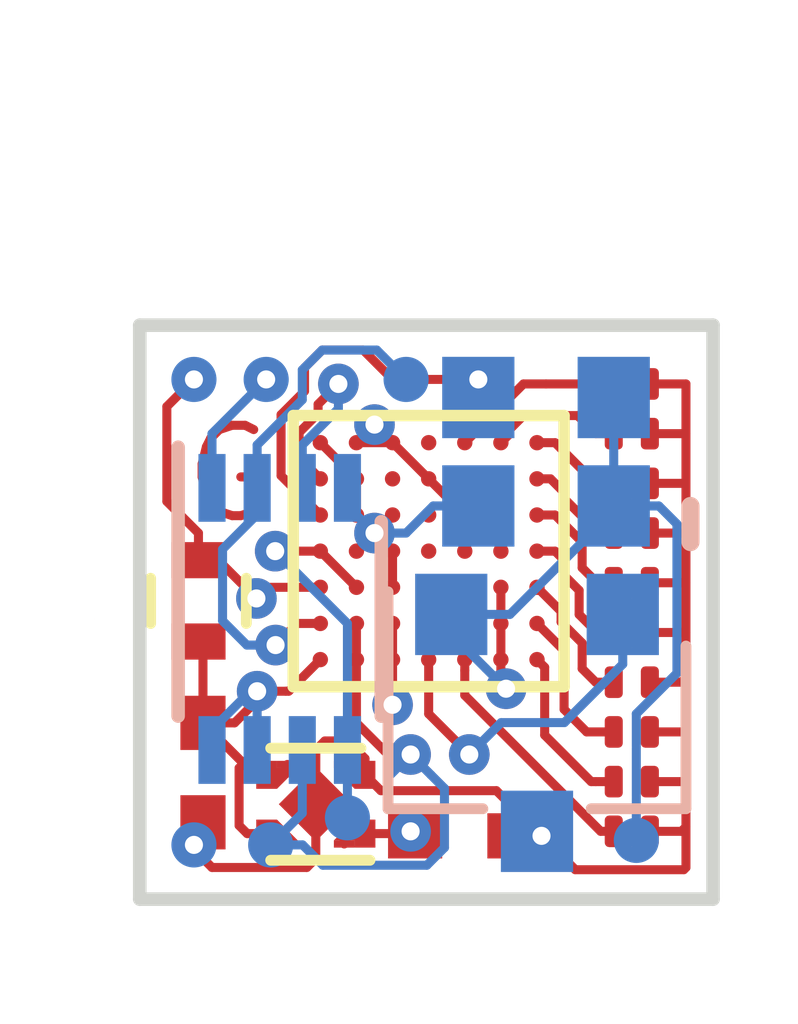
<source format=kicad_pcb>
(kicad_pcb (version 20171130) (host pcbnew "(5.0.0)")

  (general
    (thickness 0.8)
    (drawings 6)
    (tracks 255)
    (zones 0)
    (modules 25)
    (nets 34)
  )

  (page A4)
  (layers
    (0 F.Cu signal)
    (1 In1.Cu signal)
    (2 In2.Cu signal)
    (31 B.Cu signal)
    (32 B.Adhes user)
    (33 F.Adhes user)
    (34 B.Paste user)
    (35 F.Paste user)
    (36 B.SilkS user)
    (37 F.SilkS user)
    (38 B.Mask user)
    (39 F.Mask user)
    (40 Dwgs.User user)
    (41 Cmts.User user)
    (42 Eco1.User user)
    (43 Eco2.User user)
    (44 Edge.Cuts user)
    (45 Margin user)
    (46 B.CrtYd user hide)
    (47 F.CrtYd user hide)
    (48 B.Fab user)
    (49 F.Fab user hide)
  )

  (setup
    (last_trace_width 0.1)
    (trace_clearance 0.1)
    (zone_clearance 0.15)
    (zone_45_only yes)
    (trace_min 0.1)
    (segment_width 0.2)
    (edge_width 0.15)
    (via_size 0.45)
    (via_drill 0.2)
    (via_min_size 0.45)
    (via_min_drill 0.2)
    (user_via 0.45 0.2)
    (uvia_size 0.3)
    (uvia_drill 0.1)
    (uvias_allowed no)
    (uvia_min_size 0.2)
    (uvia_min_drill 0.1)
    (pcb_text_width 0.3)
    (pcb_text_size 1.5 1.5)
    (mod_edge_width 0.15)
    (mod_text_size 0 0)
    (mod_text_width 0)
    (pad_size 0.5 0.5)
    (pad_drill 0)
    (pad_to_mask_clearance 0.05)
    (aux_axis_origin 0 0)
    (grid_origin 151.13 99.314)
    (visible_elements 7FFFFFFF)
    (pcbplotparams
      (layerselection 0x310fc_80000001)
      (usegerberextensions false)
      (usegerberattributes false)
      (usegerberadvancedattributes false)
      (creategerberjobfile false)
      (excludeedgelayer true)
      (linewidth 0.100000)
      (plotframeref false)
      (viasonmask false)
      (mode 1)
      (useauxorigin false)
      (hpglpennumber 1)
      (hpglpenspeed 20)
      (hpglpendiameter 15.000000)
      (psnegative false)
      (psa4output false)
      (plotreference true)
      (plotvalue true)
      (plotinvisibletext false)
      (padsonsilk false)
      (subtractmaskfromsilk false)
      (outputformat 1)
      (mirror false)
      (drillshape 0)
      (scaleselection 1)
      (outputdirectory "gerbers/"))
  )

  (net 0 "")
  (net 1 +1V2)
  (net 2 SCK)
  (net 3 SDI)
  (net 4 SS)
  (net 5 GND)
  (net 6 +3V3)
  (net 7 SDO)
  (net 8 "Net-(U6-PadD6)")
  (net 9 "Net-(U6-PadC6)")
  (net 10 "Net-(U6-PadC4)")
  (net 11 "Net-(U6-PadB4)")
  (net 12 "Net-(U6-PadD3)")
  (net 13 "Net-(U6-PadE2)")
  (net 14 "Net-(U6-PadB2)")
  (net 15 "Net-(U6-PadD1)")
  (net 16 LED0)
  (net 17 LED1)
  (net 18 LED2)
  (net 19 LED3)
  (net 20 LED4)
  (net 21 LED5)
  (net 22 LED6)
  (net 23 LED7)
  (net 24 LED8)
  (net 25 LED9)
  (net 26 "Net-(U6-PadC5)")
  (net 27 "Net-(U6-PadD4)")
  (net 28 "Net-(U6-PadB3)")
  (net 29 "Net-(U6-PadC2)")
  (net 30 CRESET)
  (net 31 CDONE)
  (net 32 HALL_EFFECT)
  (net 33 CLK)

  (net_class Default "This is the default net class."
    (clearance 0.1)
    (trace_width 0.1)
    (via_dia 0.45)
    (via_drill 0.2)
    (uvia_dia 0.3)
    (uvia_drill 0.1)
    (add_net +1V2)
    (add_net +3V3)
    (add_net CDONE)
    (add_net CLK)
    (add_net CRESET)
    (add_net GND)
    (add_net HALL_EFFECT)
    (add_net LED0)
    (add_net LED1)
    (add_net LED2)
    (add_net LED3)
    (add_net LED4)
    (add_net LED5)
    (add_net LED6)
    (add_net LED7)
    (add_net LED8)
    (add_net LED9)
    (add_net "Net-(U6-PadB2)")
    (add_net "Net-(U6-PadB3)")
    (add_net "Net-(U6-PadB4)")
    (add_net "Net-(U6-PadC2)")
    (add_net "Net-(U6-PadC4)")
    (add_net "Net-(U6-PadC5)")
    (add_net "Net-(U6-PadC6)")
    (add_net "Net-(U6-PadD1)")
    (add_net "Net-(U6-PadD3)")
    (add_net "Net-(U6-PadD4)")
    (add_net "Net-(U6-PadD6)")
    (add_net "Net-(U6-PadE2)")
    (add_net SCK)
    (add_net SDI)
    (add_net SDO)
    (add_net SS)
  )

  (net_class large ""
    (clearance 0.1)
    (trace_width 0.15)
    (via_dia 0.6)
    (via_drill 0.3)
    (uvia_dia 0.3)
    (uvia_drill 0.1)
  )

  (net_class xlarge ""
    (clearance 0.2)
    (trace_width 0.2)
    (via_dia 0.45)
    (via_drill 0.2)
    (uvia_dia 0.3)
    (uvia_drill 0.1)
  )

  (module Housings_SON:TI_X2SON-4_1x1mm_Pitch0.65mm (layer F.Cu) (tedit 5B9C7350) (tstamp 5B9C756A)
    (at 153.08 104.614 180)
    (descr "X2SON-4 1x1mm Pitch0.65mm (http://www.ti.com/lit/ds/sbvs193d/sbvs193d.pdf)")
    (tags "X2SON-4 1x1mm Pitch0.65mm")
    (path /5BE01786)
    (attr smd)
    (fp_text reference U3 (at 0 -1.4 180) (layer F.SilkS)
      (effects (font (size 0 0)))
    )
    (fp_text value TLV733P (at 0 1.4 180) (layer F.Fab)
      (effects (font (size 0 0)))
    )
    (fp_text user %R (at 0 0 180) (layer F.Fab)
      (effects (font (size 0.2 0.2) (thickness 0.04)))
    )
    (fp_line (start -0.75 -0.65) (end 0.75 -0.65) (layer F.CrtYd) (width 0.05))
    (fp_line (start -0.75 0.65) (end -0.75 -0.65) (layer F.CrtYd) (width 0.05))
    (fp_line (start 0.75 0.65) (end -0.75 0.65) (layer F.CrtYd) (width 0.05))
    (fp_line (start 0.75 -0.65) (end 0.75 0.65) (layer F.CrtYd) (width 0.05))
    (fp_line (start 0.5 0.62) (end -0.5 0.62) (layer F.SilkS) (width 0.12))
    (fp_line (start 0.5 -0.62) (end -0.6 -0.62) (layer F.SilkS) (width 0.12))
    (fp_line (start -0.25 -0.5) (end -0.5 -0.25) (layer F.Fab) (width 0.1))
    (fp_line (start -0.25 -0.5) (end 0.5 -0.5) (layer F.Fab) (width 0.1))
    (fp_line (start -0.5 0.5) (end -0.5 -0.25) (layer F.Fab) (width 0.1))
    (fp_line (start 0.5 0.5) (end -0.5 0.5) (layer F.Fab) (width 0.1))
    (fp_line (start 0.5 -0.5) (end 0.5 0.5) (layer F.Fab) (width 0.1))
    (pad 1 smd rect (at -0.545 -0.325 180) (size 0.23 0.31) (layers F.Cu)
      (net 1 +1V2) (solder_mask_margin 0.001))
    (pad 2 smd rect (at -0.545 0.325 180) (size 0.23 0.31) (layers F.Cu)
      (net 5 GND) (solder_mask_margin 0.001))
    (pad 2 smd rect (at 0 0 225) (size 0.58 0.58) (layers F.Cu)
      (net 5 GND) (solder_mask_margin 0.001) (solder_paste_margin -0.1))
    (pad 1 smd trapezoid (at -0.43 -0.285) (size 0.23 0.23) (rect_delta 0 0.2299 ) (layers F.Cu)
      (net 1 +1V2) (solder_mask_margin 0.001))
    (pad 1 smd rect (at -0.315 -0.44 180) (size 0.23 0.08) (layers F.Cu)
      (net 1 +1V2) (solder_mask_margin 0.001))
    (pad 4 smd rect (at 0.315 -0.44 180) (size 0.23 0.08) (layers F.Cu)
      (net 6 +3V3) (solder_mask_margin 0.001))
    (pad 3 smd rect (at 0.315 0.44 180) (size 0.23 0.08) (layers F.Cu)
      (net 6 +3V3) (solder_mask_margin 0.001))
    (pad 3 smd rect (at 0.545 0.325 180) (size 0.23 0.31) (layers F.Cu)
      (net 6 +3V3) (solder_mask_margin 0.001))
    (pad 4 smd rect (at 0.545 -0.325 180) (size 0.23 0.31) (layers F.Cu)
      (net 6 +3V3) (solder_mask_margin 0.001))
    (pad 2 smd rect (at -0.315 0.44 180) (size 0.23 0.08) (layers F.Cu)
      (net 5 GND) (solder_mask_margin 0.001))
    (pad 2 smd trapezoid (at -0.43 0.285 180) (size 0.23 0.23) (rect_delta 0 0.2299 ) (layers F.Cu)
      (net 5 GND) (solder_mask_margin 0.001))
    (pad 3 smd trapezoid (at 0.43 0.285 180) (size 0.23 0.23) (rect_delta 0 0.2299 ) (layers F.Cu)
      (net 6 +3V3) (solder_mask_margin 0.001))
    (pad 4 smd trapezoid (at 0.43 -0.285) (size 0.23 0.23) (rect_delta 0 0.2299 ) (layers F.Cu)
      (net 6 +3V3) (solder_mask_margin 0.001))
    (pad "" smd rect (at -0.52 -0.325 180) (size 0.18 0.21) (layers F.Mask)
      (solder_mask_margin 0.001))
    (pad "" smd rect (at -0.52 0.325 180) (size 0.18 0.21) (layers F.Mask)
      (solder_mask_margin 0.001))
    (pad "" smd rect (at 0 0 225) (size 0.48 0.48) (layers F.Mask)
      (solder_mask_margin 0.001))
    (pad "" smd trapezoid (at -0.43 -0.31) (size 0.18 0.18) (rect_delta 0 0.1799 ) (layers F.Mask)
      (solder_mask_margin 0.001))
    (pad "" smd rect (at -0.34 -0.415 180) (size 0.18 0.03) (layers F.Mask)
      (solder_mask_margin 0.001))
    (pad "" smd rect (at 0.34 -0.415 180) (size 0.18 0.03) (layers F.Mask)
      (solder_mask_margin 0.001))
    (pad "" smd rect (at 0.34 0.415 180) (size 0.18 0.03) (layers F.Mask)
      (solder_mask_margin 0.001))
    (pad "" smd rect (at 0.52 0.325 180) (size 0.18 0.21) (layers F.Mask)
      (solder_mask_margin 0.001))
    (pad "" smd rect (at 0.52 -0.325 180) (size 0.18 0.21) (layers F.Mask)
      (solder_mask_margin 0.001))
    (pad "" smd rect (at -0.34 0.415 180) (size 0.18 0.03) (layers F.Mask)
      (solder_mask_margin 0.001))
    (pad "" smd trapezoid (at -0.43 0.31 180) (size 0.18 0.18) (rect_delta 0 0.1799 ) (layers F.Mask)
      (solder_mask_margin 0.001))
    (pad "" smd trapezoid (at 0.43 0.31 180) (size 0.18 0.18) (rect_delta 0 0.1799 ) (layers F.Mask)
      (solder_mask_margin 0.001))
    (pad "" smd trapezoid (at 0.43 -0.31) (size 0.18 0.18) (rect_delta 0 0.1799 ) (layers F.Mask)
      (solder_mask_margin 0.001))
    (pad "" smd rect (at -0.55 -0.325 180) (size 0.2 0.21) (layers F.Paste)
      (solder_mask_margin 0.001))
    (pad "" smd rect (at -0.55 0.325 180) (size 0.2 0.21) (layers F.Paste)
      (solder_mask_margin 0.001))
    (pad "" smd rect (at 0 0 225) (size 0.3 0.3) (layers F.Paste)
      (solder_mask_margin 0.001) (solder_paste_margin -0.2) (solder_paste_margin_ratio -0.1))
    (pad "" smd trapezoid (at -0.45 -0.31) (size 0.2 0.18) (rect_delta 0 0.1999 ) (layers F.Paste)
      (solder_mask_margin 0.001))
    (pad "" smd rect (at -0.35 -0.415 180) (size 0.2 0.03) (layers F.Paste)
      (solder_mask_margin 0.001))
    (pad "" smd rect (at 0.35 -0.415 180) (size 0.2 0.03) (layers F.Paste)
      (solder_mask_margin 0.001))
    (pad "" smd rect (at 0.35 0.415 180) (size 0.2 0.03) (layers F.Paste)
      (solder_mask_margin 0.001))
    (pad "" smd rect (at 0.55 0.325 180) (size 0.2 0.21) (layers F.Paste)
      (solder_mask_margin 0.001))
    (pad "" smd rect (at 0.55 -0.325 180) (size 0.2 0.21) (layers F.Paste)
      (solder_mask_margin 0.001))
    (pad "" smd rect (at -0.35 0.415 180) (size 0.2 0.03) (layers F.Paste)
      (solder_mask_margin 0.001))
    (pad "" smd trapezoid (at -0.45 0.31 180) (size 0.2 0.18) (rect_delta 0 0.1999 ) (layers F.Paste)
      (solder_mask_margin 0.001))
    (pad "" smd trapezoid (at 0.45 0.31 180) (size 0.2 0.18) (rect_delta 0 0.1999 ) (layers F.Paste)
      (solder_mask_margin 0.001))
    (pad "" smd trapezoid (at 0.45 -0.31) (size 0.2 0.18) (rect_delta 0 0.1999 ) (layers F.Paste)
      (solder_mask_margin 0.001))
    (model ${KISYS3DMOD}/Housings_SON.3dshapes/TI_X2SON-4_1x1mm_Pitch0.65mm.wrl
      (at (xyz 0 0 0))
      (scale (xyz 1 1 1))
      (rotate (xyz 0 0 0))
    )
  )

  (module tinyfpga:CDFN3225-4LD-PL-1 (layer B.Cu) (tedit 5B9C6F35) (tstamp 5B9C7533)
    (at 155.63 100.714 180)
    (path /5BE547D3)
    (fp_text reference U2 (at 0 -3.05 180) (layer B.SilkS)
      (effects (font (size 0 0)) (justify mirror))
    )
    (fp_text value SiT8008B (at 0 2.85 180) (layer B.Fab)
      (effects (font (size 0 0)) (justify mirror))
    )
    (fp_circle (center -1.6 -0.6) (end -1.4 -0.45) (layer B.Fab) (width 0.15))
    (fp_line (start -1.6 -0.6) (end -1.6 -1) (layer B.SilkS) (width 0.2))
    (pad 1 smd rect (at -0.75 -0.6 90) (size 0.9 0.8) (layers B.Cu B.Paste B.Mask)
      (net 6 +3V3))
    (pad 4 smd rect (at -0.75 0.6 90) (size 0.9 0.8) (layers B.Cu B.Paste B.Mask)
      (net 6 +3V3))
    (pad 3 smd rect (at 0.75 0.6 90) (size 0.9 0.8) (layers B.Cu B.Paste B.Mask)
      (net 33 CLK))
    (pad 2 smd rect (at 0.75 -0.6 90) (size 0.9 0.8) (layers B.Cu B.Paste B.Mask)
      (net 5 GND))
  )

  (module Housings_DFN_QFN:DFN-8-1EP_3x2mm_Pitch0.5mm (layer B.Cu) (tedit 5B9C6E4E) (tstamp 5B9A44BE)
    (at 152.68 102.564 270)
    (descr "8-Lead Plastic Dual Flat, No Lead Package (MC) - 2x3x0.9 mm Body [DFN] (see Microchip Packaging Specification 00000049BS.pdf)")
    (tags "DFN 0.5")
    (path /5BE017FD)
    (attr smd)
    (fp_text reference U1 (at 0 2.05 270) (layer B.SilkS)
      (effects (font (size 0 0)) (justify mirror))
    )
    (fp_text value AT25SF041 (at 0 -2.05 270) (layer B.Fab)
      (effects (font (size 0 0)) (justify mirror))
    )
    (fp_line (start -1.9 1.125) (end 1.075 1.125) (layer B.SilkS) (width 0.15))
    (fp_line (start -1.075 -1.125) (end 1.075 -1.125) (layer B.SilkS) (width 0.15))
    (fp_line (start -2.1 -1.3) (end 2.1 -1.3) (layer B.CrtYd) (width 0.05))
    (fp_line (start -2.1 1.3) (end 2.1 1.3) (layer B.CrtYd) (width 0.05))
    (fp_line (start 2.1 1.3) (end 2.1 -1.3) (layer B.CrtYd) (width 0.05))
    (fp_line (start -2.1 1.3) (end -2.1 -1.3) (layer B.CrtYd) (width 0.05))
    (fp_line (start -1.5 0) (end -0.5 1) (layer B.Fab) (width 0.15))
    (fp_line (start -1.5 -1) (end -1.5 0) (layer B.Fab) (width 0.15))
    (fp_line (start 1.5 -1) (end -1.5 -1) (layer B.Fab) (width 0.15))
    (fp_line (start 1.5 1) (end 1.5 -1) (layer B.Fab) (width 0.15))
    (fp_line (start -0.5 1) (end 1.5 1) (layer B.Fab) (width 0.15))
    (pad 8 smd rect (at 1.45 0.75 270) (size 0.75 0.3) (layers B.Cu B.Paste B.Mask)
      (net 6 +3V3))
    (pad 7 smd rect (at 1.45 0.25 270) (size 0.75 0.3) (layers B.Cu B.Paste B.Mask)
      (net 6 +3V3))
    (pad 6 smd rect (at 1.45 -0.25 270) (size 0.75 0.3) (layers B.Cu B.Paste B.Mask)
      (net 2 SCK))
    (pad 5 smd rect (at 1.45 -0.75 270) (size 0.75 0.3) (layers B.Cu B.Paste B.Mask)
      (net 3 SDI))
    (pad 4 smd rect (at -1.45 -0.75 270) (size 0.75 0.3) (layers B.Cu B.Paste B.Mask)
      (net 5 GND))
    (pad 3 smd rect (at -1.45 -0.25 270) (size 0.75 0.3) (layers B.Cu B.Paste B.Mask)
      (net 6 +3V3))
    (pad 2 smd rect (at -1.45 0.25 270) (size 0.75 0.3) (layers B.Cu B.Paste B.Mask)
      (net 7 SDO))
    (pad 1 smd rect (at -1.45 0.75 270) (size 0.75 0.3) (layers B.Cu B.Paste B.Mask)
      (net 4 SS))
    (model ${KISYS3DMOD}/Housings_DFN_QFN.3dshapes/DFN-8-1EP_3x2mm_Pitch0.5mm.wrl
      (at (xyz 0 0 0))
      (scale (xyz 1 1 1))
      (rotate (xyz 0 0 0))
    )
  )

  (module tinyfpga:VFBGA-49 (layer F.Cu) (tedit 5AB709B5) (tstamp 5B9A44F7)
    (at 154.33 101.814 270)
    (path /5B9CEFF6)
    (attr smd)
    (fp_text reference U6 (at -6.09662 -4.09475 270) (layer F.SilkS)
      (effects (font (size 0 0)))
    )
    (fp_text value ﻿iCE40-LP1K-CM49 (at 0.4 2.1 270) (layer F.SilkS)
      (effects (font (size 0 0)))
    )
    (fp_line (start -1.5 -1.5) (end 1.5 -1.5) (layer F.SilkS) (width 0.127))
    (fp_line (start 1.5 -1.5) (end 1.5 1.5) (layer F.SilkS) (width 0.127))
    (fp_line (start 1.5 1.5) (end -1.5 1.5) (layer F.SilkS) (width 0.127))
    (fp_line (start -1.5 1.5) (end -1.5 -1.5) (layer F.SilkS) (width 0.127))
    (pad G7 smd circle (at 1.2 1.2 270) (size 0.17 0.17) (layers F.Cu F.Paste F.Mask)
      (net 6 +3V3) (solder_mask_margin 0.015))
    (pad F7 smd circle (at 1.2 0.8 270) (size 0.17 0.17) (layers F.Cu F.Paste F.Mask)
      (net 2 SCK) (solder_mask_margin 0.015))
    (pad E7 smd circle (at 1.2 0.4 270) (size 0.17 0.17) (layers F.Cu F.Paste F.Mask)
      (net 4 SS) (solder_mask_margin 0.015))
    (pad D7 smd circle (at 1.2 0 270) (size 0.17 0.17) (layers F.Cu F.Paste F.Mask)
      (net 32 HALL_EFFECT) (solder_mask_margin 0.015))
    (pad C7 smd circle (at 1.2 -0.4 270) (size 0.17 0.17) (layers F.Cu F.Paste F.Mask)
      (net 25 LED9) (solder_mask_margin 0.015))
    (pad B7 smd circle (at 1.2 -0.8 270) (size 0.17 0.17) (layers F.Cu F.Paste F.Mask)
      (net 6 +3V3) (solder_mask_margin 0.015))
    (pad A7 smd circle (at 1.2 -1.2 270) (size 0.17 0.17) (layers F.Cu F.Paste F.Mask)
      (net 24 LED8) (solder_mask_margin 0.015))
    (pad G6 smd circle (at 0.8 1.2 270) (size 0.17 0.17) (layers F.Cu F.Paste F.Mask)
      (net 7 SDO) (solder_mask_margin 0.015))
    (pad F6 smd circle (at 0.8 0.8 270) (size 0.17 0.17) (layers F.Cu F.Paste F.Mask)
      (net 2 SCK) (solder_mask_margin 0.015))
    (pad E6 smd circle (at 0.8 0.4 270) (size 0.17 0.17) (layers F.Cu F.Paste F.Mask)
      (net 4 SS) (solder_mask_margin 0.015))
    (pad D6 smd circle (at 0.8 0 270) (size 0.17 0.17) (layers F.Cu F.Paste F.Mask)
      (net 8 "Net-(U6-PadD6)") (solder_mask_margin 0.015))
    (pad C6 smd circle (at 0.8 -0.4 270) (size 0.17 0.17) (layers F.Cu F.Paste F.Mask)
      (net 9 "Net-(U6-PadC6)") (solder_mask_margin 0.015))
    (pad B6 smd circle (at 0.8 -0.8 270) (size 0.17 0.17) (layers F.Cu F.Paste F.Mask)
      (net 6 +3V3) (solder_mask_margin 0.015))
    (pad A6 smd circle (at 0.8 -1.2 270) (size 0.17 0.17) (layers F.Cu F.Paste F.Mask)
      (net 23 LED7) (solder_mask_margin 0.015))
    (pad G5 smd circle (at 0.4 1.2 270) (size 0.17 0.17) (layers F.Cu F.Paste F.Mask)
      (net 30 CRESET) (solder_mask_margin 0.015))
    (pad F5 smd circle (at 0.4 0.8 270) (size 0.17 0.17) (layers F.Cu F.Paste F.Mask)
      (net 3 SDI) (solder_mask_margin 0.015))
    (pad E5 smd circle (at 0.4 0.4 270) (size 0.17 0.17) (layers F.Cu F.Paste F.Mask)
      (net 5 GND) (solder_mask_margin 0.015))
    (pad D5 smd circle (at 0.4 0 270) (size 0.17 0.17) (layers F.Cu F.Paste F.Mask)
      (net 31 CDONE) (solder_mask_margin 0.015))
    (pad C5 smd circle (at 0.4 -0.4 270) (size 0.17 0.17) (layers F.Cu F.Paste F.Mask)
      (net 26 "Net-(U6-PadC5)") (solder_mask_margin 0.015))
    (pad B5 smd circle (at 0.4 -0.8 270) (size 0.17 0.17) (layers F.Cu F.Paste F.Mask)
      (net 6 +3V3) (solder_mask_margin 0.015))
    (pad A5 smd circle (at 0.4 -1.2 270) (size 0.17 0.17) (layers F.Cu F.Paste F.Mask)
      (net 22 LED6) (solder_mask_margin 0.015))
    (pad G4 smd circle (at 0 1.2 270) (size 0.17 0.17) (layers F.Cu F.Paste F.Mask)
      (net 3 SDI) (solder_mask_margin 0.015))
    (pad F4 smd circle (at 0 0.8 270) (size 0.17 0.17) (layers F.Cu F.Paste F.Mask)
      (net 5 GND) (solder_mask_margin 0.015))
    (pad E4 smd circle (at 0 0.4 270) (size 0.17 0.17) (layers F.Cu F.Paste F.Mask)
      (net 5 GND) (solder_mask_margin 0.015))
    (pad D4 smd circle (at 0 0 270) (size 0.17 0.17) (layers F.Cu F.Paste F.Mask)
      (net 27 "Net-(U6-PadD4)") (solder_mask_margin 0.015))
    (pad C4 smd circle (at 0 -0.4 270) (size 0.17 0.17) (layers F.Cu F.Paste F.Mask)
      (net 10 "Net-(U6-PadC4)") (solder_mask_margin 0.015))
    (pad B4 smd circle (at 0 -0.8 270) (size 0.17 0.17) (layers F.Cu F.Paste F.Mask)
      (net 11 "Net-(U6-PadB4)") (solder_mask_margin 0.015))
    (pad A4 smd circle (at 0 -1.2 270) (size 0.17 0.17) (layers F.Cu F.Paste F.Mask)
      (net 21 LED5) (solder_mask_margin 0.015))
    (pad G3 smd circle (at -0.4 1.2 270) (size 0.17 0.17) (layers F.Cu F.Paste F.Mask)
      (net 33 CLK) (solder_mask_margin 0.015))
    (pad F3 smd circle (at -0.4 0.8 270) (size 0.17 0.17) (layers F.Cu F.Paste F.Mask)
      (net 5 GND) (solder_mask_margin 0.015))
    (pad E3 smd circle (at -0.4 0.4 270) (size 0.17 0.17) (layers F.Cu F.Paste F.Mask)
      (net 5 GND) (solder_mask_margin 0.015))
    (pad D3 smd circle (at -0.4 0 270) (size 0.17 0.17) (layers F.Cu F.Paste F.Mask)
      (net 12 "Net-(U6-PadD3)") (solder_mask_margin 0.015))
    (pad C3 smd circle (at -0.4 -0.4 270) (size 0.17 0.17) (layers F.Cu F.Paste F.Mask)
      (net 1 +1V2) (solder_mask_margin 0.015))
    (pad B3 smd circle (at -0.4 -0.8 270) (size 0.17 0.17) (layers F.Cu F.Paste F.Mask)
      (net 28 "Net-(U6-PadB3)") (solder_mask_margin 0.015))
    (pad A3 smd circle (at -0.4 -1.2 270) (size 0.17 0.17) (layers F.Cu F.Paste F.Mask)
      (net 20 LED4) (solder_mask_margin 0.015))
    (pad G2 smd circle (at -0.8 1.2 270) (size 0.17 0.17) (layers F.Cu F.Paste F.Mask)
      (net 6 +3V3) (solder_mask_margin 0.015))
    (pad F2 smd circle (at -0.8 0.8 270) (size 0.17 0.17) (layers F.Cu F.Paste F.Mask)
      (net 5 GND) (solder_mask_margin 0.015))
    (pad E2 smd circle (at -0.8 0.4 270) (size 0.17 0.17) (layers F.Cu F.Paste F.Mask)
      (net 13 "Net-(U6-PadE2)") (solder_mask_margin 0.015))
    (pad D2 smd circle (at -0.8 0 270) (size 0.17 0.17) (layers F.Cu F.Paste F.Mask)
      (net 1 +1V2) (solder_mask_margin 0.015))
    (pad C2 smd circle (at -0.8 -0.4 270) (size 0.17 0.17) (layers F.Cu F.Paste F.Mask)
      (net 29 "Net-(U6-PadC2)") (solder_mask_margin 0.015))
    (pad B2 smd circle (at -0.8 -0.8 270) (size 0.17 0.17) (layers F.Cu F.Paste F.Mask)
      (net 14 "Net-(U6-PadB2)") (solder_mask_margin 0.015))
    (pad A2 smd circle (at -0.8 -1.2 270) (size 0.17 0.17) (layers F.Cu F.Paste F.Mask)
      (net 19 LED3) (solder_mask_margin 0.015))
    (pad G1 smd circle (at -1.2 1.2 270) (size 0.17 0.17) (layers F.Cu F.Paste F.Mask)
      (net 5 GND) (solder_mask_margin 0.015))
    (pad F1 smd circle (at -1.2 0.8 270) (size 0.17 0.17) (layers F.Cu F.Paste F.Mask)
      (net 1 +1V2) (solder_mask_margin 0.015))
    (pad E1 smd circle (at -1.2 0.4 270) (size 0.17 0.17) (layers F.Cu F.Paste F.Mask)
      (net 1 +1V2) (solder_mask_margin 0.015))
    (pad D1 smd circle (at -1.2 0 270) (size 0.17 0.17) (layers F.Cu F.Paste F.Mask)
      (net 15 "Net-(U6-PadD1)") (solder_mask_margin 0.015))
    (pad C1 smd circle (at -1.2 -0.4 270) (size 0.17 0.17) (layers F.Cu F.Paste F.Mask)
      (net 16 LED0) (solder_mask_margin 0.015))
    (pad B1 smd circle (at -1.2 -0.8 270) (size 0.17 0.17) (layers F.Cu F.Paste F.Mask)
      (net 17 LED1) (solder_mask_margin 0.015))
    (pad A1 smd circle (at -1.2 -1.2 270) (size 0.17 0.17) (layers F.Cu F.Paste F.Mask)
      (net 18 LED2) (solder_mask_margin 0.015))
  )

  (module tinyfpga:0201_led (layer F.Cu) (tedit 5B9A437F) (tstamp 5B9BBE26)
    (at 156.58 99.964 180)
    (descr "Capacitor SMD 0402, reflow soldering, AVX (see smccp.pdf)")
    (tags "capacitor 0402")
    (path /5B9B5F5D)
    (attr smd)
    (fp_text reference D1 (at 0 -1.27 180) (layer F.SilkS)
      (effects (font (size 0 0)))
    )
    (fp_text value LED_ALT (at 0 1.27 180) (layer F.Fab)
      (effects (font (size 0 0)))
    )
    (fp_line (start 0.375 0.2) (end -0.375 0.2) (layer F.CrtYd) (width 0.05))
    (fp_line (start 0.375 0.2) (end 0.375 -0.2) (layer F.CrtYd) (width 0.05))
    (fp_line (start -0.375 -0.2) (end -0.375 0.2) (layer F.CrtYd) (width 0.05))
    (fp_line (start -0.375 -0.2) (end 0.375 -0.2) (layer F.CrtYd) (width 0.05))
    (fp_line (start -0.3 -0.15) (end 0.3 -0.15) (layer F.Fab) (width 0.1))
    (fp_line (start 0.3 -0.15) (end 0.3 0.15) (layer F.Fab) (width 0.1))
    (fp_line (start 0.3 0.15) (end -0.3 0.15) (layer F.Fab) (width 0.1))
    (fp_line (start -0.3 0.15) (end -0.3 -0.15) (layer F.Fab) (width 0.1))
    (fp_text user %R (at 0 -1.27 180) (layer F.Fab)
      (effects (font (size 1 1) (thickness 0.15)))
    )
    (pad 1 smd roundrect (at -0.2 0 180) (size 0.2 0.35) (layers F.Cu F.Paste F.Mask) (roundrect_rratio 0.25)
      (net 5 GND))
    (pad 2 smd roundrect (at 0.2 0 180) (size 0.2 0.35) (layers F.Cu F.Paste F.Mask) (roundrect_rratio 0.25)
      (net 16 LED0))
    (model Capacitors_SMD.3dshapes/C_0402.wrl
      (at (xyz 0 0 0))
      (scale (xyz 1 1 1))
      (rotate (xyz 0 0 0))
    )
  )

  (module tinyfpga:0201_led (layer F.Cu) (tedit 5B9A437F) (tstamp 5B9BB7DC)
    (at 156.58 100.514 180)
    (descr "Capacitor SMD 0402, reflow soldering, AVX (see smccp.pdf)")
    (tags "capacitor 0402")
    (path /5B9ED9F9)
    (attr smd)
    (fp_text reference D2 (at 0 -1.27 180) (layer F.SilkS)
      (effects (font (size 0 0)))
    )
    (fp_text value LED_ALT (at 0 1.27 180) (layer F.Fab)
      (effects (font (size 0 0)))
    )
    (fp_text user %R (at 0 -1.27 180) (layer F.Fab)
      (effects (font (size 1 1) (thickness 0.15)))
    )
    (fp_line (start -0.3 0.15) (end -0.3 -0.15) (layer F.Fab) (width 0.1))
    (fp_line (start 0.3 0.15) (end -0.3 0.15) (layer F.Fab) (width 0.1))
    (fp_line (start 0.3 -0.15) (end 0.3 0.15) (layer F.Fab) (width 0.1))
    (fp_line (start -0.3 -0.15) (end 0.3 -0.15) (layer F.Fab) (width 0.1))
    (fp_line (start -0.375 -0.2) (end 0.375 -0.2) (layer F.CrtYd) (width 0.05))
    (fp_line (start -0.375 -0.2) (end -0.375 0.2) (layer F.CrtYd) (width 0.05))
    (fp_line (start 0.375 0.2) (end 0.375 -0.2) (layer F.CrtYd) (width 0.05))
    (fp_line (start 0.375 0.2) (end -0.375 0.2) (layer F.CrtYd) (width 0.05))
    (pad 2 smd roundrect (at 0.2 0 180) (size 0.2 0.35) (layers F.Cu F.Paste F.Mask) (roundrect_rratio 0.25)
      (net 17 LED1))
    (pad 1 smd roundrect (at -0.2 0 180) (size 0.2 0.35) (layers F.Cu F.Paste F.Mask) (roundrect_rratio 0.25)
      (net 5 GND))
    (model Capacitors_SMD.3dshapes/C_0402.wrl
      (at (xyz 0 0 0))
      (scale (xyz 1 1 1))
      (rotate (xyz 0 0 0))
    )
  )

  (module tinyfpga:0201_led (layer F.Cu) (tedit 5B9A437F) (tstamp 5B9BB7EB)
    (at 156.58 101.064 180)
    (descr "Capacitor SMD 0402, reflow soldering, AVX (see smccp.pdf)")
    (tags "capacitor 0402")
    (path /5BA003DA)
    (attr smd)
    (fp_text reference D3 (at 0 -1.27 180) (layer F.SilkS)
      (effects (font (size 0 0)))
    )
    (fp_text value LED_ALT (at 0 1.27 180) (layer F.Fab)
      (effects (font (size 0 0)))
    )
    (fp_line (start 0.375 0.2) (end -0.375 0.2) (layer F.CrtYd) (width 0.05))
    (fp_line (start 0.375 0.2) (end 0.375 -0.2) (layer F.CrtYd) (width 0.05))
    (fp_line (start -0.375 -0.2) (end -0.375 0.2) (layer F.CrtYd) (width 0.05))
    (fp_line (start -0.375 -0.2) (end 0.375 -0.2) (layer F.CrtYd) (width 0.05))
    (fp_line (start -0.3 -0.15) (end 0.3 -0.15) (layer F.Fab) (width 0.1))
    (fp_line (start 0.3 -0.15) (end 0.3 0.15) (layer F.Fab) (width 0.1))
    (fp_line (start 0.3 0.15) (end -0.3 0.15) (layer F.Fab) (width 0.1))
    (fp_line (start -0.3 0.15) (end -0.3 -0.15) (layer F.Fab) (width 0.1))
    (fp_text user %R (at 0 -1.27 180) (layer F.Fab)
      (effects (font (size 1 1) (thickness 0.15)))
    )
    (pad 1 smd roundrect (at -0.2 0 180) (size 0.2 0.35) (layers F.Cu F.Paste F.Mask) (roundrect_rratio 0.25)
      (net 5 GND))
    (pad 2 smd roundrect (at 0.2 0 180) (size 0.2 0.35) (layers F.Cu F.Paste F.Mask) (roundrect_rratio 0.25)
      (net 18 LED2))
    (model Capacitors_SMD.3dshapes/C_0402.wrl
      (at (xyz 0 0 0))
      (scale (xyz 1 1 1))
      (rotate (xyz 0 0 0))
    )
  )

  (module tinyfpga:0201_led (layer F.Cu) (tedit 5B9A437F) (tstamp 5B9BB7FA)
    (at 156.58 101.614 180)
    (descr "Capacitor SMD 0402, reflow soldering, AVX (see smccp.pdf)")
    (tags "capacitor 0402")
    (path /5BA134A9)
    (attr smd)
    (fp_text reference D4 (at 0 -1.27 180) (layer F.SilkS)
      (effects (font (size 0 0)))
    )
    (fp_text value LED_ALT (at 0 1.27 180) (layer F.Fab)
      (effects (font (size 0 0)))
    )
    (fp_text user %R (at 0 -1.27 180) (layer F.Fab)
      (effects (font (size 1 1) (thickness 0.15)))
    )
    (fp_line (start -0.3 0.15) (end -0.3 -0.15) (layer F.Fab) (width 0.1))
    (fp_line (start 0.3 0.15) (end -0.3 0.15) (layer F.Fab) (width 0.1))
    (fp_line (start 0.3 -0.15) (end 0.3 0.15) (layer F.Fab) (width 0.1))
    (fp_line (start -0.3 -0.15) (end 0.3 -0.15) (layer F.Fab) (width 0.1))
    (fp_line (start -0.375 -0.2) (end 0.375 -0.2) (layer F.CrtYd) (width 0.05))
    (fp_line (start -0.375 -0.2) (end -0.375 0.2) (layer F.CrtYd) (width 0.05))
    (fp_line (start 0.375 0.2) (end 0.375 -0.2) (layer F.CrtYd) (width 0.05))
    (fp_line (start 0.375 0.2) (end -0.375 0.2) (layer F.CrtYd) (width 0.05))
    (pad 2 smd roundrect (at 0.2 0 180) (size 0.2 0.35) (layers F.Cu F.Paste F.Mask) (roundrect_rratio 0.25)
      (net 19 LED3))
    (pad 1 smd roundrect (at -0.2 0 180) (size 0.2 0.35) (layers F.Cu F.Paste F.Mask) (roundrect_rratio 0.25)
      (net 5 GND))
    (model Capacitors_SMD.3dshapes/C_0402.wrl
      (at (xyz 0 0 0))
      (scale (xyz 1 1 1))
      (rotate (xyz 0 0 0))
    )
  )

  (module tinyfpga:0201_led (layer F.Cu) (tedit 5B9A437F) (tstamp 5B9BB809)
    (at 156.58 102.164 180)
    (descr "Capacitor SMD 0402, reflow soldering, AVX (see smccp.pdf)")
    (tags "capacitor 0402")
    (path /5BA134B1)
    (attr smd)
    (fp_text reference D5 (at 0 -1.27 180) (layer F.SilkS)
      (effects (font (size 0 0)))
    )
    (fp_text value LED_ALT (at 0 1.27 180) (layer F.Fab)
      (effects (font (size 0 0)))
    )
    (fp_line (start 0.375 0.2) (end -0.375 0.2) (layer F.CrtYd) (width 0.05))
    (fp_line (start 0.375 0.2) (end 0.375 -0.2) (layer F.CrtYd) (width 0.05))
    (fp_line (start -0.375 -0.2) (end -0.375 0.2) (layer F.CrtYd) (width 0.05))
    (fp_line (start -0.375 -0.2) (end 0.375 -0.2) (layer F.CrtYd) (width 0.05))
    (fp_line (start -0.3 -0.15) (end 0.3 -0.15) (layer F.Fab) (width 0.1))
    (fp_line (start 0.3 -0.15) (end 0.3 0.15) (layer F.Fab) (width 0.1))
    (fp_line (start 0.3 0.15) (end -0.3 0.15) (layer F.Fab) (width 0.1))
    (fp_line (start -0.3 0.15) (end -0.3 -0.15) (layer F.Fab) (width 0.1))
    (fp_text user %R (at 0 -1.27 180) (layer F.Fab)
      (effects (font (size 1 1) (thickness 0.15)))
    )
    (pad 1 smd roundrect (at -0.2 0 180) (size 0.2 0.35) (layers F.Cu F.Paste F.Mask) (roundrect_rratio 0.25)
      (net 5 GND))
    (pad 2 smd roundrect (at 0.2 0 180) (size 0.2 0.35) (layers F.Cu F.Paste F.Mask) (roundrect_rratio 0.25)
      (net 20 LED4))
    (model Capacitors_SMD.3dshapes/C_0402.wrl
      (at (xyz 0 0 0))
      (scale (xyz 1 1 1))
      (rotate (xyz 0 0 0))
    )
  )

  (module tinyfpga:0201_led (layer F.Cu) (tedit 5B9A437F) (tstamp 5B9BB818)
    (at 156.58 102.714 180)
    (descr "Capacitor SMD 0402, reflow soldering, AVX (see smccp.pdf)")
    (tags "capacitor 0402")
    (path /5BA2739C)
    (attr smd)
    (fp_text reference D6 (at 0 -1.27 180) (layer F.SilkS)
      (effects (font (size 0 0)))
    )
    (fp_text value LED_ALT (at 0 1.27 180) (layer F.Fab)
      (effects (font (size 0 0)))
    )
    (fp_text user %R (at 0 -1.27 180) (layer F.Fab)
      (effects (font (size 1 1) (thickness 0.15)))
    )
    (fp_line (start -0.3 0.15) (end -0.3 -0.15) (layer F.Fab) (width 0.1))
    (fp_line (start 0.3 0.15) (end -0.3 0.15) (layer F.Fab) (width 0.1))
    (fp_line (start 0.3 -0.15) (end 0.3 0.15) (layer F.Fab) (width 0.1))
    (fp_line (start -0.3 -0.15) (end 0.3 -0.15) (layer F.Fab) (width 0.1))
    (fp_line (start -0.375 -0.2) (end 0.375 -0.2) (layer F.CrtYd) (width 0.05))
    (fp_line (start -0.375 -0.2) (end -0.375 0.2) (layer F.CrtYd) (width 0.05))
    (fp_line (start 0.375 0.2) (end 0.375 -0.2) (layer F.CrtYd) (width 0.05))
    (fp_line (start 0.375 0.2) (end -0.375 0.2) (layer F.CrtYd) (width 0.05))
    (pad 2 smd roundrect (at 0.2 0 180) (size 0.2 0.35) (layers F.Cu F.Paste F.Mask) (roundrect_rratio 0.25)
      (net 21 LED5))
    (pad 1 smd roundrect (at -0.2 0 180) (size 0.2 0.35) (layers F.Cu F.Paste F.Mask) (roundrect_rratio 0.25)
      (net 5 GND))
    (model Capacitors_SMD.3dshapes/C_0402.wrl
      (at (xyz 0 0 0))
      (scale (xyz 1 1 1))
      (rotate (xyz 0 0 0))
    )
  )

  (module tinyfpga:0201_led (layer F.Cu) (tedit 5B9A437F) (tstamp 5B9BB827)
    (at 156.58 103.264 180)
    (descr "Capacitor SMD 0402, reflow soldering, AVX (see smccp.pdf)")
    (tags "capacitor 0402")
    (path /5BA273A4)
    (attr smd)
    (fp_text reference D7 (at 0 -1.27 180) (layer F.SilkS)
      (effects (font (size 0 0)))
    )
    (fp_text value LED_ALT (at 0 1.27 180) (layer F.Fab)
      (effects (font (size 0 0)))
    )
    (fp_line (start 0.375 0.2) (end -0.375 0.2) (layer F.CrtYd) (width 0.05))
    (fp_line (start 0.375 0.2) (end 0.375 -0.2) (layer F.CrtYd) (width 0.05))
    (fp_line (start -0.375 -0.2) (end -0.375 0.2) (layer F.CrtYd) (width 0.05))
    (fp_line (start -0.375 -0.2) (end 0.375 -0.2) (layer F.CrtYd) (width 0.05))
    (fp_line (start -0.3 -0.15) (end 0.3 -0.15) (layer F.Fab) (width 0.1))
    (fp_line (start 0.3 -0.15) (end 0.3 0.15) (layer F.Fab) (width 0.1))
    (fp_line (start 0.3 0.15) (end -0.3 0.15) (layer F.Fab) (width 0.1))
    (fp_line (start -0.3 0.15) (end -0.3 -0.15) (layer F.Fab) (width 0.1))
    (fp_text user %R (at 0 -1.27 180) (layer F.Fab)
      (effects (font (size 1 1) (thickness 0.15)))
    )
    (pad 1 smd roundrect (at -0.2 0 180) (size 0.2 0.35) (layers F.Cu F.Paste F.Mask) (roundrect_rratio 0.25)
      (net 5 GND))
    (pad 2 smd roundrect (at 0.2 0 180) (size 0.2 0.35) (layers F.Cu F.Paste F.Mask) (roundrect_rratio 0.25)
      (net 22 LED6))
    (model Capacitors_SMD.3dshapes/C_0402.wrl
      (at (xyz 0 0 0))
      (scale (xyz 1 1 1))
      (rotate (xyz 0 0 0))
    )
  )

  (module tinyfpga:0201_led (layer F.Cu) (tedit 5B9A437F) (tstamp 5B9BB836)
    (at 156.58 103.814 180)
    (descr "Capacitor SMD 0402, reflow soldering, AVX (see smccp.pdf)")
    (tags "capacitor 0402")
    (path /5BA273AC)
    (attr smd)
    (fp_text reference D8 (at 0 -1.27 180) (layer F.SilkS)
      (effects (font (size 0 0)))
    )
    (fp_text value LED_ALT (at 0 1.27 180) (layer F.Fab)
      (effects (font (size 0 0)))
    )
    (fp_text user %R (at 0 -1.27 180) (layer F.Fab)
      (effects (font (size 1 1) (thickness 0.15)))
    )
    (fp_line (start -0.3 0.15) (end -0.3 -0.15) (layer F.Fab) (width 0.1))
    (fp_line (start 0.3 0.15) (end -0.3 0.15) (layer F.Fab) (width 0.1))
    (fp_line (start 0.3 -0.15) (end 0.3 0.15) (layer F.Fab) (width 0.1))
    (fp_line (start -0.3 -0.15) (end 0.3 -0.15) (layer F.Fab) (width 0.1))
    (fp_line (start -0.375 -0.2) (end 0.375 -0.2) (layer F.CrtYd) (width 0.05))
    (fp_line (start -0.375 -0.2) (end -0.375 0.2) (layer F.CrtYd) (width 0.05))
    (fp_line (start 0.375 0.2) (end 0.375 -0.2) (layer F.CrtYd) (width 0.05))
    (fp_line (start 0.375 0.2) (end -0.375 0.2) (layer F.CrtYd) (width 0.05))
    (pad 2 smd roundrect (at 0.2 0 180) (size 0.2 0.35) (layers F.Cu F.Paste F.Mask) (roundrect_rratio 0.25)
      (net 23 LED7))
    (pad 1 smd roundrect (at -0.2 0 180) (size 0.2 0.35) (layers F.Cu F.Paste F.Mask) (roundrect_rratio 0.25)
      (net 5 GND))
    (model Capacitors_SMD.3dshapes/C_0402.wrl
      (at (xyz 0 0 0))
      (scale (xyz 1 1 1))
      (rotate (xyz 0 0 0))
    )
  )

  (module tinyfpga:0201_led (layer F.Cu) (tedit 5B9A437F) (tstamp 5B9BB845)
    (at 156.58 104.364 180)
    (descr "Capacitor SMD 0402, reflow soldering, AVX (see smccp.pdf)")
    (tags "capacitor 0402")
    (path /5BA273B4)
    (attr smd)
    (fp_text reference D9 (at 0 -1.27 180) (layer F.SilkS)
      (effects (font (size 0 0)))
    )
    (fp_text value LED_ALT (at 0 1.27 180) (layer F.Fab)
      (effects (font (size 0 0)))
    )
    (fp_line (start 0.375 0.2) (end -0.375 0.2) (layer F.CrtYd) (width 0.05))
    (fp_line (start 0.375 0.2) (end 0.375 -0.2) (layer F.CrtYd) (width 0.05))
    (fp_line (start -0.375 -0.2) (end -0.375 0.2) (layer F.CrtYd) (width 0.05))
    (fp_line (start -0.375 -0.2) (end 0.375 -0.2) (layer F.CrtYd) (width 0.05))
    (fp_line (start -0.3 -0.15) (end 0.3 -0.15) (layer F.Fab) (width 0.1))
    (fp_line (start 0.3 -0.15) (end 0.3 0.15) (layer F.Fab) (width 0.1))
    (fp_line (start 0.3 0.15) (end -0.3 0.15) (layer F.Fab) (width 0.1))
    (fp_line (start -0.3 0.15) (end -0.3 -0.15) (layer F.Fab) (width 0.1))
    (fp_text user %R (at 0 -1.27 180) (layer F.Fab)
      (effects (font (size 1 1) (thickness 0.15)))
    )
    (pad 1 smd roundrect (at -0.2 0 180) (size 0.2 0.35) (layers F.Cu F.Paste F.Mask) (roundrect_rratio 0.25)
      (net 5 GND))
    (pad 2 smd roundrect (at 0.2 0 180) (size 0.2 0.35) (layers F.Cu F.Paste F.Mask) (roundrect_rratio 0.25)
      (net 24 LED8))
    (model Capacitors_SMD.3dshapes/C_0402.wrl
      (at (xyz 0 0 0))
      (scale (xyz 1 1 1))
      (rotate (xyz 0 0 0))
    )
  )

  (module tinyfpga:0201_led (layer F.Cu) (tedit 5B9A437F) (tstamp 5B9BB854)
    (at 156.58 104.914 180)
    (descr "Capacitor SMD 0402, reflow soldering, AVX (see smccp.pdf)")
    (tags "capacitor 0402")
    (path /5BA3D440)
    (attr smd)
    (fp_text reference D10 (at 0 -1.27 180) (layer F.SilkS)
      (effects (font (size 0 0)))
    )
    (fp_text value LED_ALT (at 0 1.27 180) (layer F.Fab)
      (effects (font (size 0 0)))
    )
    (fp_text user %R (at 0 -1.27 180) (layer F.Fab)
      (effects (font (size 1 1) (thickness 0.15)))
    )
    (fp_line (start -0.3 0.15) (end -0.3 -0.15) (layer F.Fab) (width 0.1))
    (fp_line (start 0.3 0.15) (end -0.3 0.15) (layer F.Fab) (width 0.1))
    (fp_line (start 0.3 -0.15) (end 0.3 0.15) (layer F.Fab) (width 0.1))
    (fp_line (start -0.3 -0.15) (end 0.3 -0.15) (layer F.Fab) (width 0.1))
    (fp_line (start -0.375 -0.2) (end 0.375 -0.2) (layer F.CrtYd) (width 0.05))
    (fp_line (start -0.375 -0.2) (end -0.375 0.2) (layer F.CrtYd) (width 0.05))
    (fp_line (start 0.375 0.2) (end 0.375 -0.2) (layer F.CrtYd) (width 0.05))
    (fp_line (start 0.375 0.2) (end -0.375 0.2) (layer F.CrtYd) (width 0.05))
    (pad 2 smd roundrect (at 0.2 0 180) (size 0.2 0.35) (layers F.Cu F.Paste F.Mask) (roundrect_rratio 0.25)
      (net 25 LED9))
    (pad 1 smd roundrect (at -0.2 0 180) (size 0.2 0.35) (layers F.Cu F.Paste F.Mask) (roundrect_rratio 0.25)
      (net 5 GND))
    (model Capacitors_SMD.3dshapes/C_0402.wrl
      (at (xyz 0 0 0))
      (scale (xyz 1 1 1))
      (rotate (xyz 0 0 0))
    )
  )

  (module TO_SOT_Packages_SMD:SC-59 (layer B.Cu) (tedit 5B9C6E5F) (tstamp 5B9C5497)
    (at 155.53 103.714 270)
    (descr "SC-59, https://lib.chipdip.ru/images/import_diod/original/SOT-23_SC-59.jpg")
    (tags SC-59)
    (path /5BDED9D3)
    (attr smd)
    (fp_text reference U4 (at 0 2.5 270) (layer B.SilkS)
      (effects (font (size 0 0)) (justify mirror))
    )
    (fp_text value DRV5023 (at 0 -2.5 270) (layer B.Fab)
      (effects (font (size 0 0)) (justify mirror))
    )
    (fp_text user %R (at 0 0 180) (layer B.Fab)
      (effects (font (size 0.5 0.5) (thickness 0.075)) (justify mirror))
    )
    (fp_line (start -0.85 -1.55) (end -0.85 1) (layer B.Fab) (width 0.1))
    (fp_line (start -1.45 1.65) (end 0.95 1.65) (layer B.SilkS) (width 0.12))
    (fp_line (start 0.95 1.65) (end 0.95 0.6) (layer B.SilkS) (width 0.12))
    (fp_line (start -0.85 -1.65) (end 0.95 -1.65) (layer B.SilkS) (width 0.12))
    (fp_line (start 0.95 -1.65) (end 0.95 -0.6) (layer B.SilkS) (width 0.12))
    (fp_line (start -0.85 -1.55) (end 0.85 -1.55) (layer B.Fab) (width 0.1))
    (fp_line (start -0.3 1.55) (end -0.85 1) (layer B.Fab) (width 0.1))
    (fp_line (start -0.3 1.55) (end 0.85 1.55) (layer B.Fab) (width 0.1))
    (fp_line (start 0.85 1.52) (end 0.85 -1.52) (layer B.Fab) (width 0.1))
    (fp_line (start -1.9 1.8) (end 1.9 1.8) (layer B.CrtYd) (width 0.05))
    (fp_line (start -1.9 1.8) (end -1.9 -1.8) (layer B.CrtYd) (width 0.05))
    (fp_line (start 1.9 -1.8) (end 1.9 1.8) (layer B.CrtYd) (width 0.05))
    (fp_line (start 1.9 -1.8) (end -1.9 -1.8) (layer B.CrtYd) (width 0.05))
    (pad 1 smd rect (at -1.2 0.95 270) (size 0.9 0.8) (layers B.Cu B.Paste B.Mask)
      (net 6 +3V3))
    (pad 2 smd rect (at -1.2 -0.95 270) (size 0.9 0.8) (layers B.Cu B.Paste B.Mask)
      (net 32 HALL_EFFECT))
    (pad 3 smd rect (at 1.2 0 270) (size 0.9 0.8) (layers B.Cu B.Paste B.Mask)
      (net 5 GND))
    (model ${KISYS3DMOD}/TO_SOT_Packages_SMD.3dshapes/SC-59.wrl
      (at (xyz 0 0 0))
      (scale (xyz 1 1 1))
      (rotate (xyz 0 0 0))
    )
  )

  (module Capacitors_SMD:C_0402_NoSilk (layer F.Cu) (tedit 58AA8408) (tstamp 5B9C74DC)
    (at 154.73 104.964)
    (descr "Capacitor SMD 0402, reflow soldering, AVX (see smccp.pdf)")
    (tags "capacitor 0402")
    (path /591BF1F2)
    (attr smd)
    (fp_text reference C2 (at 0 -1.27) (layer F.SilkS)
      (effects (font (size 0 0)))
    )
    (fp_text value 1uF (at 0 1.27) (layer F.Fab)
      (effects (font (size 0 0)))
    )
    (fp_line (start 1 0.4) (end -1 0.4) (layer F.CrtYd) (width 0.05))
    (fp_line (start 1 0.4) (end 1 -0.4) (layer F.CrtYd) (width 0.05))
    (fp_line (start -1 -0.4) (end -1 0.4) (layer F.CrtYd) (width 0.05))
    (fp_line (start -1 -0.4) (end 1 -0.4) (layer F.CrtYd) (width 0.05))
    (fp_line (start -0.5 -0.25) (end 0.5 -0.25) (layer F.Fab) (width 0.1))
    (fp_line (start 0.5 -0.25) (end 0.5 0.25) (layer F.Fab) (width 0.1))
    (fp_line (start 0.5 0.25) (end -0.5 0.25) (layer F.Fab) (width 0.1))
    (fp_line (start -0.5 0.25) (end -0.5 -0.25) (layer F.Fab) (width 0.1))
    (fp_text user %R (at 0 -1.27) (layer F.Fab)
      (effects (font (size 1 1) (thickness 0.15)))
    )
    (pad 2 smd rect (at 0.55 0) (size 0.6 0.5) (layers F.Cu F.Paste F.Mask)
      (net 5 GND))
    (pad 1 smd rect (at -0.55 0) (size 0.6 0.5) (layers F.Cu F.Paste F.Mask)
      (net 1 +1V2))
    (model Capacitors_SMD.3dshapes/C_0402.wrl
      (at (xyz 0 0 0))
      (scale (xyz 1 1 1))
      (rotate (xyz 0 0 0))
    )
  )

  (module Capacitors_SMD:C_0402_NoSilk (layer F.Cu) (tedit 58AA8408) (tstamp 5B9C74FA)
    (at 151.83 104.264 270)
    (descr "Capacitor SMD 0402, reflow soldering, AVX (see smccp.pdf)")
    (tags "capacitor 0402")
    (path /591E1ADB)
    (attr smd)
    (fp_text reference C8 (at 0 -1.27 270) (layer F.SilkS)
      (effects (font (size 0 0)))
    )
    (fp_text value 100nF (at 0 1.27 270) (layer F.Fab)
      (effects (font (size 0 0)))
    )
    (fp_text user %R (at 0 -1.27 270) (layer F.Fab)
      (effects (font (size 1 1) (thickness 0.15)))
    )
    (fp_line (start -0.5 0.25) (end -0.5 -0.25) (layer F.Fab) (width 0.1))
    (fp_line (start 0.5 0.25) (end -0.5 0.25) (layer F.Fab) (width 0.1))
    (fp_line (start 0.5 -0.25) (end 0.5 0.25) (layer F.Fab) (width 0.1))
    (fp_line (start -0.5 -0.25) (end 0.5 -0.25) (layer F.Fab) (width 0.1))
    (fp_line (start -1 -0.4) (end 1 -0.4) (layer F.CrtYd) (width 0.05))
    (fp_line (start -1 -0.4) (end -1 0.4) (layer F.CrtYd) (width 0.05))
    (fp_line (start 1 0.4) (end 1 -0.4) (layer F.CrtYd) (width 0.05))
    (fp_line (start 1 0.4) (end -1 0.4) (layer F.CrtYd) (width 0.05))
    (pad 1 smd rect (at -0.55 0 270) (size 0.6 0.5) (layers F.Cu F.Paste F.Mask)
      (net 6 +3V3))
    (pad 2 smd rect (at 0.55 0 270) (size 0.6 0.5) (layers F.Cu F.Paste F.Mask)
      (net 5 GND))
    (model Capacitors_SMD.3dshapes/C_0402.wrl
      (at (xyz 0 0 0))
      (scale (xyz 1 1 1))
      (rotate (xyz 0 0 0))
    )
  )

  (module Resistors_SMD:R_0402 (layer F.Cu) (tedit 58E0A804) (tstamp 5B9C750B)
    (at 151.78 102.364 90)
    (descr "Resistor SMD 0402, reflow soldering, Vishay (see dcrcw.pdf)")
    (tags "resistor 0402")
    (path /592015DC)
    (attr smd)
    (fp_text reference R6 (at 0 -1.35 90) (layer F.SilkS)
      (effects (font (size 0 0)))
    )
    (fp_text value R (at 0 1.45 90) (layer F.Fab)
      (effects (font (size 0 0)))
    )
    (fp_text user %R (at 0 -1.35 90) (layer F.Fab)
      (effects (font (size 1 1) (thickness 0.15)))
    )
    (fp_line (start -0.5 0.25) (end -0.5 -0.25) (layer F.Fab) (width 0.1))
    (fp_line (start 0.5 0.25) (end -0.5 0.25) (layer F.Fab) (width 0.1))
    (fp_line (start 0.5 -0.25) (end 0.5 0.25) (layer F.Fab) (width 0.1))
    (fp_line (start -0.5 -0.25) (end 0.5 -0.25) (layer F.Fab) (width 0.1))
    (fp_line (start 0.25 -0.53) (end -0.25 -0.53) (layer F.SilkS) (width 0.12))
    (fp_line (start -0.25 0.53) (end 0.25 0.53) (layer F.SilkS) (width 0.12))
    (fp_line (start -0.8 -0.45) (end 0.8 -0.45) (layer F.CrtYd) (width 0.05))
    (fp_line (start -0.8 -0.45) (end -0.8 0.45) (layer F.CrtYd) (width 0.05))
    (fp_line (start 0.8 0.45) (end 0.8 -0.45) (layer F.CrtYd) (width 0.05))
    (fp_line (start 0.8 0.45) (end -0.8 0.45) (layer F.CrtYd) (width 0.05))
    (pad 1 smd rect (at -0.45 0 90) (size 0.4 0.6) (layers F.Cu F.Paste F.Mask)
      (net 6 +3V3))
    (pad 2 smd rect (at 0.45 0 90) (size 0.4 0.6) (layers F.Cu F.Paste F.Mask)
      (net 30 CRESET))
    (model ${KISYS3DMOD}/Resistors_SMD.3dshapes/R_0402.wrl
      (at (xyz 0 0 0))
      (scale (xyz 1 1 1))
      (rotate (xyz 0 0 0))
    )
  )

  (module Measurement_Points:Measurement_Point_Round-SMD-Pad_Small (layer B.Cu) (tedit 5B9C74CC) (tstamp 5B9CB739)
    (at 151.73 99.914)
    (descr "Mesurement Point, Round, SMD Pad, DM 1.5mm,")
    (tags "Mesurement Point Round SMD Pad 1.5mm")
    (path /5BE66616)
    (attr virtual)
    (fp_text reference J1 (at 0 2) (layer B.SilkS)
      (effects (font (size 0 0)) (justify mirror))
    )
    (fp_text value TEST_1P (at 0 -2) (layer B.Fab)
      (effects (font (size 0 0)) (justify mirror))
    )
    (fp_circle (center 0 0) (end 1 0) (layer B.CrtYd) (width 0.05))
    (pad 1 smd circle (at 0 0) (size 0.5 0.5) (layers B.Cu B.Mask)
      (net 30 CRESET))
  )

  (module Measurement_Points:Measurement_Point_Round-SMD-Pad_Small (layer B.Cu) (tedit 5B9C752E) (tstamp 5B9CB73F)
    (at 152.58 105.064)
    (descr "Mesurement Point, Round, SMD Pad, DM 1.5mm,")
    (tags "Mesurement Point Round SMD Pad 1.5mm")
    (path /5BE699E3)
    (attr virtual)
    (fp_text reference J2 (at 0 2) (layer B.SilkS)
      (effects (font (size 0 0)) (justify mirror))
    )
    (fp_text value TEST_1P (at 0 -2) (layer B.Fab)
      (effects (font (size 0 0)) (justify mirror))
    )
    (fp_circle (center 0 0) (end 1 0) (layer B.CrtYd) (width 0.05))
    (pad 1 smd circle (at 0 0) (size 0.5 0.5) (layers B.Cu B.Mask)
      (net 2 SCK))
  )

  (module Measurement_Points:Measurement_Point_Round-SMD-Pad_Small (layer B.Cu) (tedit 5B9C753F) (tstamp 5B9CB745)
    (at 153.43 104.764)
    (descr "Mesurement Point, Round, SMD Pad, DM 1.5mm,")
    (tags "Mesurement Point Round SMD Pad 1.5mm")
    (path /5BE69C28)
    (attr virtual)
    (fp_text reference J3 (at 0 2) (layer B.SilkS)
      (effects (font (size 0 0)) (justify mirror))
    )
    (fp_text value TEST_1P (at 0 -2) (layer B.Fab)
      (effects (font (size 0 0)) (justify mirror))
    )
    (fp_circle (center 0 0) (end 1 0) (layer B.CrtYd) (width 0.05))
    (pad 1 smd circle (at 0 0) (size 0.5 0.5) (layers B.Cu B.Mask)
      (net 3 SDI))
  )

  (module Measurement_Points:Measurement_Point_Round-SMD-Pad_Small (layer B.Cu) (tedit 5B9C7533) (tstamp 5B9CB74B)
    (at 154.08 99.914)
    (descr "Mesurement Point, Round, SMD Pad, DM 1.5mm,")
    (tags "Mesurement Point Round SMD Pad 1.5mm")
    (path /5BE69D76)
    (attr virtual)
    (fp_text reference J4 (at 0 2) (layer B.SilkS)
      (effects (font (size 0 0)) (justify mirror))
    )
    (fp_text value TEST_1P (at 0 -2) (layer B.Fab)
      (effects (font (size 0 0)) (justify mirror))
    )
    (fp_circle (center 0 0) (end 1 0) (layer B.CrtYd) (width 0.05))
    (pad 1 smd circle (at 0 0) (size 0.5 0.5) (layers B.Cu B.Mask)
      (net 7 SDO))
  )

  (module Measurement_Points:Measurement_Point_Round-SMD-Pad_Small (layer B.Cu) (tedit 5B9C7544) (tstamp 5B9CB751)
    (at 152.53 99.914)
    (descr "Mesurement Point, Round, SMD Pad, DM 1.5mm,")
    (tags "Mesurement Point Round SMD Pad 1.5mm")
    (path /5BE69DBE)
    (attr virtual)
    (fp_text reference J5 (at 0 2) (layer B.SilkS)
      (effects (font (size 0 0)) (justify mirror))
    )
    (fp_text value TEST_1P (at 0 -2) (layer B.Fab)
      (effects (font (size 0 0)) (justify mirror))
    )
    (fp_circle (center 0 0) (end 1 0) (layer B.CrtYd) (width 0.05))
    (pad 1 smd circle (at 0 0) (size 0.5 0.5) (layers B.Cu B.Mask)
      (net 4 SS))
  )

  (module Measurement_Points:Measurement_Point_Round-SMD-Pad_Small (layer B.Cu) (tedit 5B9C7538) (tstamp 5B9CB757)
    (at 156.63 105.014)
    (descr "Mesurement Point, Round, SMD Pad, DM 1.5mm,")
    (tags "Mesurement Point Round SMD Pad 1.5mm")
    (path /5BE6A226)
    (attr virtual)
    (fp_text reference J6 (at 0 2) (layer B.SilkS)
      (effects (font (size 0 0)) (justify mirror))
    )
    (fp_text value TEST_1P (at 0 -2) (layer B.Fab)
      (effects (font (size 0 0)) (justify mirror))
    )
    (fp_circle (center 0 0) (end 1 0) (layer B.CrtYd) (width 0.05))
    (pad 1 smd circle (at 0 0) (size 0.5 0.5) (layers B.Cu B.Mask)
      (net 6 +3V3))
  )

  (module Measurement_Points:Measurement_Point_Round-SMD-Pad_Small (layer B.Cu) (tedit 5B9C7549) (tstamp 5B9CB75D)
    (at 151.73 105.064)
    (descr "Mesurement Point, Round, SMD Pad, DM 1.5mm,")
    (tags "Mesurement Point Round SMD Pad 1.5mm")
    (path /5BE6A272)
    (attr virtual)
    (fp_text reference J7 (at 0 2) (layer B.SilkS)
      (effects (font (size 0 0)) (justify mirror))
    )
    (fp_text value TEST_1P (at 0 -2) (layer B.Fab)
      (effects (font (size 0 0)) (justify mirror))
    )
    (fp_circle (center 0 0) (end 1 0) (layer B.CrtYd) (width 0.05))
    (pad 1 smd circle (at 0 0) (size 0.5 0.5) (layers B.Cu B.Mask)
      (net 5 GND))
  )

  (gr_text G (at 152.13 100.964) (layer F.Mask) (tstamp 5B9CFFCE)
    (effects (font (size 1 1) (thickness 0.13)))
  )
  (gr_text G (at 152.13 100.964) (layer F.Cu)
    (effects (font (size 1 1) (thickness 0.1)))
  )
  (gr_line (start 151.13 105.664) (end 151.13 99.314) (layer Edge.Cuts) (width 0.15))
  (gr_line (start 157.48 105.664) (end 151.13 105.664) (layer Edge.Cuts) (width 0.15))
  (gr_line (start 157.48 99.314) (end 157.48 105.664) (layer Edge.Cuts) (width 0.15))
  (gr_line (start 151.13 99.314) (end 157.48 99.314) (layer Edge.Cuts) (width 0.15) (tstamp 5B9A3A13))

  (segment (start 154.73 101.414) (end 154.33 101.014) (width 0.1) (layer F.Cu) (net 1))
  (segment (start 154.33 101.014) (end 153.93 100.614) (width 0.1) (layer F.Cu) (net 1))
  (segment (start 153.53 100.614) (end 153.93 100.614) (width 0.1) (layer F.Cu) (net 1))
  (via (at 153.73 100.41398) (size 0.45) (drill 0.2) (layers F.Cu B.Cu) (net 1))
  (segment (start 153.73 100.414) (end 153.73 100.41398) (width 0.1) (layer F.Cu) (net 1))
  (segment (start 153.93 100.614) (end 153.73 100.414) (width 0.1) (layer F.Cu) (net 1))
  (via (at 154.13 104.914) (size 0.45) (drill 0.2) (layers F.Cu B.Cu) (net 1))
  (segment (start 153.625 104.939) (end 154.105 104.939) (width 0.1) (layer F.Cu) (net 1))
  (segment (start 154.105 104.939) (end 154.13 104.914) (width 0.1) (layer F.Cu) (net 1))
  (segment (start 153.395 105.014) (end 153.51 104.899) (width 0.1) (layer F.Cu) (net 1))
  (segment (start 153.395 105.054) (end 153.395 105.014) (width 0.1) (layer F.Cu) (net 1))
  (segment (start 155.93 103.658998) (end 155.93 102.61398) (width 0.1) (layer In2.Cu) (net 1))
  (segment (start 154.13 104.914) (end 154.674998 104.914) (width 0.1) (layer In2.Cu) (net 1))
  (segment (start 154.674998 104.914) (end 155.93 103.658998) (width 0.1) (layer In2.Cu) (net 1))
  (segment (start 155.93 102.61398) (end 153.954999 100.638979) (width 0.1) (layer In2.Cu) (net 1))
  (segment (start 153.954999 100.638979) (end 153.73 100.41398) (width 0.1) (layer In2.Cu) (net 1))
  (segment (start 153.53 102.614) (end 153.53 103.014) (width 0.1) (layer F.Cu) (net 2))
  (segment (start 153.905001 104.288999) (end 154.13 104.064) (width 0.1) (layer B.Cu) (net 2))
  (segment (start 153.930004 104.114) (end 154.08 104.114) (width 0.1) (layer F.Cu) (net 2))
  (segment (start 153.53 103.014) (end 153.53 103.713996) (width 0.1) (layer F.Cu) (net 2))
  (segment (start 153.53 103.713996) (end 153.930004 104.114) (width 0.1) (layer F.Cu) (net 2))
  (segment (start 152.93 104.014) (end 152.93 104.489) (width 0.1) (layer B.Cu) (net 2))
  (segment (start 154.08 104.114) (end 154.13 104.064) (width 0.1) (layer F.Cu) (net 2))
  (via (at 154.13 104.064) (size 0.45) (drill 0.2) (layers F.Cu B.Cu) (net 2))
  (segment (start 152.93 104.714) (end 152.93 104.489) (width 0.1) (layer B.Cu) (net 2))
  (segment (start 152.58 105.064) (end 152.93 104.714) (width 0.1) (layer B.Cu) (net 2))
  (segment (start 154.354999 104.288999) (end 154.13 104.064) (width 0.1) (layer B.Cu) (net 2))
  (segment (start 154.505001 104.439001) (end 154.354999 104.288999) (width 0.1) (layer B.Cu) (net 2))
  (segment (start 154.505001 105.094001) (end 154.505001 104.439001) (width 0.1) (layer B.Cu) (net 2))
  (segment (start 154.310001 105.289001) (end 154.505001 105.094001) (width 0.1) (layer B.Cu) (net 2))
  (segment (start 152.933553 105.064) (end 153.158554 105.289001) (width 0.1) (layer B.Cu) (net 2))
  (segment (start 153.158554 105.289001) (end 154.310001 105.289001) (width 0.1) (layer B.Cu) (net 2))
  (segment (start 152.58 105.064) (end 152.933553 105.064) (width 0.1) (layer B.Cu) (net 2))
  (segment (start 153.53 102.214) (end 153.13 101.814) (width 0.1) (layer F.Cu) (net 3))
  (segment (start 153.13 101.814) (end 152.63 101.814) (width 0.1) (layer F.Cu) (net 3))
  (via (at 152.63 101.814) (size 0.45) (drill 0.2) (layers F.Cu B.Cu) (net 3))
  (segment (start 153.43 102.614) (end 152.63 101.814) (width 0.1) (layer B.Cu) (net 3))
  (segment (start 153.43 104.014) (end 153.43 102.614) (width 0.1) (layer B.Cu) (net 3))
  (segment (start 153.43 104.014) (end 153.43 104.764) (width 0.1) (layer B.Cu) (net 3))
  (segment (start 153.93 102.614) (end 153.93 103.014) (width 0.1) (layer F.Cu) (net 4))
  (via (at 153.93 103.514) (size 0.45) (drill 0.2) (layers F.Cu B.Cu) (net 4))
  (segment (start 153.93 103.014) (end 153.93 103.514) (width 0.1) (layer F.Cu) (net 4))
  (segment (start 152.200038 103.83904) (end 152.005001 103.644003) (width 0.1) (layer In2.Cu) (net 4))
  (segment (start 152.305001 100.138999) (end 152.53 99.914) (width 0.1) (layer In2.Cu) (net 4))
  (segment (start 153.93 103.514) (end 153.60496 103.83904) (width 0.1) (layer In2.Cu) (net 4))
  (segment (start 152.005001 100.438999) (end 152.305001 100.138999) (width 0.1) (layer In2.Cu) (net 4))
  (segment (start 152.005001 103.644003) (end 152.005001 100.438999) (width 0.1) (layer In2.Cu) (net 4))
  (segment (start 153.60496 103.83904) (end 152.200038 103.83904) (width 0.1) (layer In2.Cu) (net 4))
  (segment (start 151.93 101.114) (end 151.93 100.514) (width 0.1) (layer B.Cu) (net 4))
  (segment (start 151.93 100.514) (end 152.305001 100.138999) (width 0.1) (layer B.Cu) (net 4))
  (segment (start 152.305001 100.138999) (end 152.53 99.914) (width 0.1) (layer B.Cu) (net 4))
  (via (at 152.53 99.914) (size 0.45) (drill 0.2) (layers F.Cu B.Cu) (net 4))
  (via (at 153.73 101.614) (size 0.45) (drill 0.2) (layers F.Cu B.Cu) (net 5))
  (segment (start 153.53 101.814) (end 153.73 101.614) (width 0.1) (layer F.Cu) (net 5))
  (segment (start 153.53 101.414) (end 153.73 101.614) (width 0.1) (layer F.Cu) (net 5))
  (segment (start 153.93 101.414) (end 153.73 101.614) (width 0.1) (layer F.Cu) (net 5))
  (segment (start 153.93 101.814) (end 153.73 101.614) (width 0.1) (layer F.Cu) (net 5))
  (segment (start 153.13 100.614) (end 153.53 101.014) (width 0.1) (layer F.Cu) (net 5))
  (segment (start 153.53 101.014) (end 153.53 101.414) (width 0.1) (layer F.Cu) (net 5))
  (segment (start 153.93 102.214) (end 153.93 101.814) (width 0.1) (layer F.Cu) (net 5))
  (segment (start 156.78 104.914) (end 157.13 104.914) (width 0.1) (layer F.Cu) (net 5))
  (segment (start 157.13 104.914) (end 157.18 104.864) (width 0.1) (layer F.Cu) (net 5))
  (segment (start 157.18 99.964) (end 156.78 99.964) (width 0.1) (layer F.Cu) (net 5))
  (segment (start 156.78 100.514) (end 157.18 100.514) (width 0.1) (layer F.Cu) (net 5))
  (segment (start 157.18 100.514) (end 157.18 99.964) (width 0.1) (layer F.Cu) (net 5))
  (segment (start 156.78 101.064) (end 157.18 101.064) (width 0.1) (layer F.Cu) (net 5))
  (segment (start 157.18 101.064) (end 157.18 100.514) (width 0.1) (layer F.Cu) (net 5))
  (segment (start 156.78 101.614) (end 157.18 101.614) (width 0.1) (layer F.Cu) (net 5))
  (segment (start 157.18 101.614) (end 157.18 101.064) (width 0.1) (layer F.Cu) (net 5))
  (segment (start 156.78 102.164) (end 157.18 102.164) (width 0.1) (layer F.Cu) (net 5))
  (segment (start 157.18 102.164) (end 157.18 101.614) (width 0.1) (layer F.Cu) (net 5))
  (segment (start 156.78 102.714) (end 157.18 102.714) (width 0.1) (layer F.Cu) (net 5))
  (segment (start 157.18 102.714) (end 157.18 102.164) (width 0.1) (layer F.Cu) (net 5))
  (segment (start 157.13 103.264) (end 157.18 103.214) (width 0.1) (layer F.Cu) (net 5))
  (segment (start 156.78 103.264) (end 157.13 103.264) (width 0.1) (layer F.Cu) (net 5))
  (segment (start 157.18 103.214) (end 157.18 102.714) (width 0.1) (layer F.Cu) (net 5))
  (segment (start 156.78 103.814) (end 157.18 103.814) (width 0.1) (layer F.Cu) (net 5))
  (segment (start 157.18 103.814) (end 157.18 103.214) (width 0.1) (layer F.Cu) (net 5))
  (segment (start 156.78 104.364) (end 157.18 104.364) (width 0.1) (layer F.Cu) (net 5))
  (segment (start 157.18 104.864) (end 157.18 104.364) (width 0.1) (layer F.Cu) (net 5))
  (segment (start 157.18 104.364) (end 157.18 103.814) (width 0.1) (layer F.Cu) (net 5))
  (segment (start 153.43 101.314) (end 153.73 101.614) (width 0.1) (layer B.Cu) (net 5))
  (segment (start 153.43 101.114) (end 153.43 101.314) (width 0.1) (layer B.Cu) (net 5))
  (segment (start 154.08 101.614) (end 153.73 101.614) (width 0.1) (layer B.Cu) (net 5))
  (segment (start 154.88 101.314) (end 154.38 101.314) (width 0.1) (layer B.Cu) (net 5))
  (segment (start 154.38 101.314) (end 154.08 101.614) (width 0.1) (layer B.Cu) (net 5))
  (segment (start 151.83 105.214) (end 151.93 105.314) (width 0.1) (layer F.Cu) (net 5))
  (segment (start 151.83 104.814) (end 151.83 105.214) (width 0.1) (layer F.Cu) (net 5))
  (segment (start 151.93 105.314) (end 152.98 105.314) (width 0.1) (layer F.Cu) (net 5))
  (segment (start 153.08 105.214) (end 153.08 104.614) (width 0.1) (layer F.Cu) (net 5))
  (segment (start 152.98 105.314) (end 153.08 105.214) (width 0.1) (layer F.Cu) (net 5))
  (segment (start 153.625 104.109) (end 153.625 104.289) (width 0.1) (layer F.Cu) (net 5))
  (segment (start 153.43 103.914) (end 153.625 104.109) (width 0.1) (layer F.Cu) (net 5))
  (segment (start 153.18 103.914) (end 153.43 103.914) (width 0.1) (layer F.Cu) (net 5))
  (segment (start 153.08 104.614) (end 153.08 104.014) (width 0.1) (layer F.Cu) (net 5))
  (segment (start 153.08 104.014) (end 153.18 103.914) (width 0.1) (layer F.Cu) (net 5))
  (segment (start 153.395 104.214) (end 153.51 104.329) (width 0.1) (layer F.Cu) (net 5))
  (segment (start 153.395 104.174) (end 153.395 104.214) (width 0.1) (layer F.Cu) (net 5))
  (segment (start 157.18 105.314) (end 157.155001 105.338999) (width 0.1) (layer F.Cu) (net 5))
  (segment (start 157.155001 105.338999) (end 155.954991 105.338999) (width 0.1) (layer F.Cu) (net 5))
  (segment (start 155.954991 105.338999) (end 155.804991 105.188999) (width 0.1) (layer F.Cu) (net 5))
  (segment (start 155.804991 105.188999) (end 155.579992 104.964) (width 0.1) (layer F.Cu) (net 5))
  (segment (start 155.354993 104.739001) (end 155.579992 104.964) (width 0.1) (layer F.Cu) (net 5))
  (segment (start 155.079992 104.464) (end 155.354993 104.739001) (width 0.1) (layer F.Cu) (net 5))
  (segment (start 155.579992 104.963992) (end 155.579992 104.964) (width 0.1) (layer B.Cu) (net 5))
  (segment (start 155.53 104.914) (end 155.579992 104.963992) (width 0.1) (layer B.Cu) (net 5))
  (segment (start 157.18 104.864) (end 157.18 105.314) (width 0.1) (layer F.Cu) (net 5))
  (segment (start 153.625 104.289) (end 153.8 104.464) (width 0.1) (layer F.Cu) (net 5))
  (segment (start 153.8 104.464) (end 155.079992 104.464) (width 0.1) (layer F.Cu) (net 5))
  (via (at 155.579992 104.964) (size 0.45) (drill 0.2) (layers F.Cu B.Cu) (net 5))
  (via (at 151.73 105.064) (size 0.45) (drill 0.2) (layers F.Cu B.Cu) (net 5))
  (segment (start 155.13 102.214) (end 155.13 102.614) (width 0.1) (layer F.Cu) (net 6))
  (segment (start 155.13 102.614) (end 155.13 103.014) (width 0.1) (layer F.Cu) (net 6))
  (segment (start 155.13 103.27865) (end 155.187376 103.336026) (width 0.1) (layer F.Cu) (net 6))
  (via (at 155.187376 103.336026) (size 0.45) (drill 0.2) (layers F.Cu B.Cu) (net 6))
  (segment (start 155.13 103.014) (end 155.13 103.27865) (width 0.1) (layer F.Cu) (net 6))
  (segment (start 154.962377 103.111027) (end 155.187376 103.336026) (width 0.1) (layer B.Cu) (net 6))
  (segment (start 154.58 102.72865) (end 154.962377 103.111027) (width 0.1) (layer B.Cu) (net 6))
  (segment (start 154.58 102.514) (end 154.58 102.72865) (width 0.1) (layer B.Cu) (net 6))
  (segment (start 156.38 101.364) (end 156.38 101.314) (width 0.1) (layer B.Cu) (net 6))
  (segment (start 155.23 102.514) (end 156.38 101.364) (width 0.1) (layer B.Cu) (net 6))
  (segment (start 154.58 102.514) (end 155.23 102.514) (width 0.1) (layer B.Cu) (net 6))
  (segment (start 156.38 101.314) (end 156.38 100.114) (width 0.1) (layer B.Cu) (net 6))
  (segment (start 152.535 104.289) (end 152.405 104.289) (width 0.1) (layer F.Cu) (net 6))
  (segment (start 152.32 104.939) (end 152.23 104.849) (width 0.1) (layer F.Cu) (net 6))
  (segment (start 152.535 104.939) (end 152.32 104.939) (width 0.1) (layer F.Cu) (net 6))
  (segment (start 152.23 104.214) (end 152.28 104.164) (width 0.1) (layer F.Cu) (net 6))
  (segment (start 152.23 104.849) (end 152.23 104.214) (width 0.1) (layer F.Cu) (net 6))
  (segment (start 152.405 104.289) (end 152.28 104.164) (width 0.1) (layer F.Cu) (net 6))
  (segment (start 152.28 104.164) (end 151.83 103.714) (width 0.1) (layer F.Cu) (net 6))
  (segment (start 152.765 104.214) (end 152.65 104.329) (width 0.1) (layer F.Cu) (net 6))
  (segment (start 152.765 104.174) (end 152.765 104.214) (width 0.1) (layer F.Cu) (net 6))
  (segment (start 152.65 105.054) (end 152.535 104.939) (width 0.1) (layer F.Cu) (net 6))
  (segment (start 152.765 105.054) (end 152.65 105.054) (width 0.1) (layer F.Cu) (net 6))
  (segment (start 151.83 102.864) (end 151.78 102.814) (width 0.1) (layer F.Cu) (net 6))
  (segment (start 151.83 103.714) (end 151.83 102.864) (width 0.1) (layer F.Cu) (net 6))
  (via (at 152.43 103.364) (size 0.45) (drill 0.2) (layers F.Cu B.Cu) (net 6))
  (segment (start 153.13 103.014) (end 152.78 103.364) (width 0.1) (layer F.Cu) (net 6))
  (segment (start 152.18 103.714) (end 152.43 103.464) (width 0.1) (layer F.Cu) (net 6))
  (segment (start 151.93 104.014) (end 151.93 103.789) (width 0.1) (layer B.Cu) (net 6))
  (segment (start 152.355 103.364) (end 152.43 103.364) (width 0.1) (layer B.Cu) (net 6))
  (segment (start 151.83 103.714) (end 152.18 103.714) (width 0.1) (layer F.Cu) (net 6))
  (segment (start 152.43 104.014) (end 152.43 103.364) (width 0.1) (layer B.Cu) (net 6))
  (segment (start 152.78 103.364) (end 152.748198 103.364) (width 0.1) (layer F.Cu) (net 6))
  (segment (start 151.93 103.789) (end 152.355 103.364) (width 0.1) (layer B.Cu) (net 6))
  (segment (start 152.748198 103.364) (end 152.43 103.364) (width 0.1) (layer F.Cu) (net 6))
  (segment (start 152.43 103.464) (end 152.43 103.364) (width 0.1) (layer F.Cu) (net 6))
  (segment (start 156.63 104.660447) (end 156.63 105.014) (width 0.1) (layer B.Cu) (net 6))
  (segment (start 156.63 103.614) (end 156.63 104.660447) (width 0.1) (layer B.Cu) (net 6))
  (segment (start 157.08 103.164) (end 156.63 103.614) (width 0.1) (layer B.Cu) (net 6))
  (segment (start 157.08 101.514) (end 157.08 103.164) (width 0.1) (layer B.Cu) (net 6))
  (segment (start 156.38 101.314) (end 156.88 101.314) (width 0.1) (layer B.Cu) (net 6))
  (segment (start 156.88 101.314) (end 157.08 101.514) (width 0.1) (layer B.Cu) (net 6))
  (via (at 153.330008 99.964) (size 0.45) (drill 0.2) (layers F.Cu B.Cu) (net 6))
  (segment (start 152.894999 100.501199) (end 153.105009 100.291189) (width 0.1) (layer F.Cu) (net 6))
  (segment (start 152.93 101.114) (end 152.93 100.639) (width 0.1) (layer B.Cu) (net 6))
  (segment (start 152.894999 100.778999) (end 152.894999 100.501199) (width 0.1) (layer F.Cu) (net 6))
  (segment (start 153.330008 100.238992) (end 153.330008 99.964) (width 0.1) (layer B.Cu) (net 6))
  (segment (start 153.105009 100.188999) (end 153.330008 99.964) (width 0.1) (layer F.Cu) (net 6))
  (segment (start 153.105009 100.291189) (end 153.105009 100.188999) (width 0.1) (layer F.Cu) (net 6))
  (segment (start 152.93 100.639) (end 153.330008 100.238992) (width 0.1) (layer B.Cu) (net 6))
  (segment (start 153.13 101.014) (end 152.894999 100.778999) (width 0.1) (layer F.Cu) (net 6))
  (segment (start 152.859268 102.628328) (end 152.634269 102.853327) (width 0.1) (layer F.Cu) (net 7))
  (segment (start 153.13 102.614) (end 152.873596 102.614) (width 0.1) (layer F.Cu) (net 7))
  (via (at 152.634269 102.853327) (size 0.45) (drill 0.2) (layers F.Cu B.Cu) (net 7))
  (segment (start 152.873596 102.614) (end 152.859268 102.628328) (width 0.1) (layer F.Cu) (net 7))
  (segment (start 152.43 101.409002) (end 152.43 101.114) (width 0.1) (layer B.Cu) (net 7))
  (segment (start 152.04695 101.792052) (end 152.43 101.409002) (width 0.1) (layer B.Cu) (net 7))
  (segment (start 152.04695 102.584206) (end 152.04695 101.792052) (width 0.1) (layer B.Cu) (net 7))
  (segment (start 152.316071 102.853327) (end 152.04695 102.584206) (width 0.1) (layer B.Cu) (net 7))
  (segment (start 152.634269 102.853327) (end 152.316071 102.853327) (width 0.1) (layer B.Cu) (net 7))
  (segment (start 153.830001 99.664001) (end 154.08 99.914) (width 0.1) (layer B.Cu) (net 7))
  (segment (start 152.43 101.114) (end 152.43 100.639) (width 0.1) (layer B.Cu) (net 7))
  (segment (start 152.43 100.639) (end 152.930001 100.138999) (width 0.1) (layer B.Cu) (net 7))
  (segment (start 152.930001 100.138999) (end 152.930001 99.809005) (width 0.1) (layer B.Cu) (net 7))
  (segment (start 152.930001 99.809005) (end 153.150007 99.588999) (width 0.1) (layer B.Cu) (net 7))
  (segment (start 153.150007 99.588999) (end 153.754999 99.588999) (width 0.1) (layer B.Cu) (net 7))
  (segment (start 153.754999 99.588999) (end 153.830001 99.664001) (width 0.1) (layer B.Cu) (net 7))
  (segment (start 155.38 99.964) (end 155.63 99.964) (width 0.1) (layer F.Cu) (net 16))
  (segment (start 154.73 100.614) (end 155.38 99.964) (width 0.1) (layer F.Cu) (net 16))
  (segment (start 156.38 99.964) (end 155.63 99.964) (width 0.1) (layer F.Cu) (net 16))
  (segment (start 156.18 100.514) (end 156.38 100.514) (width 0.1) (layer F.Cu) (net 17))
  (segment (start 155.98 100.314) (end 156.18 100.514) (width 0.1) (layer F.Cu) (net 17))
  (segment (start 155.38 100.314) (end 155.98 100.314) (width 0.1) (layer F.Cu) (net 17))
  (segment (start 155.214999 100.479001) (end 155.38 100.314) (width 0.1) (layer F.Cu) (net 17))
  (segment (start 155.13 100.614) (end 155.214999 100.529001) (width 0.1) (layer F.Cu) (net 17))
  (segment (start 155.214999 100.529001) (end 155.214999 100.479001) (width 0.1) (layer F.Cu) (net 17))
  (segment (start 155.73 100.614) (end 155.53 100.614) (width 0.1) (layer F.Cu) (net 18))
  (segment (start 156.38 101.064) (end 156.18 101.064) (width 0.1) (layer F.Cu) (net 18))
  (segment (start 156.18 101.064) (end 155.73 100.614) (width 0.1) (layer F.Cu) (net 18))
  (segment (start 155.68 101.014) (end 155.53 101.014) (width 0.1) (layer F.Cu) (net 19))
  (segment (start 156.38 101.614) (end 156.212856 101.614) (width 0.1) (layer F.Cu) (net 19))
  (segment (start 155.83 101.231144) (end 155.83 101.164) (width 0.1) (layer F.Cu) (net 19))
  (segment (start 156.212856 101.614) (end 155.83 101.231144) (width 0.1) (layer F.Cu) (net 19))
  (segment (start 155.83 101.164) (end 155.68 101.014) (width 0.1) (layer F.Cu) (net 19))
  (segment (start 155.58 101.414) (end 155.53 101.414) (width 0.1) (layer F.Cu) (net 20))
  (segment (start 155.73 101.414) (end 155.58 101.414) (width 0.1) (layer F.Cu) (net 20))
  (segment (start 156.03 101.714) (end 155.73 101.414) (width 0.1) (layer F.Cu) (net 20))
  (segment (start 156.03 101.998288) (end 156.03 101.714) (width 0.1) (layer F.Cu) (net 20))
  (segment (start 156.38 102.164) (end 156.195712 102.164) (width 0.1) (layer F.Cu) (net 20))
  (segment (start 156.195712 102.164) (end 156.03 101.998288) (width 0.1) (layer F.Cu) (net 20))
  (segment (start 155.73 101.814) (end 155.53 101.814) (width 0.1) (layer F.Cu) (net 21))
  (segment (start 156.38 102.714) (end 156.195712 102.714) (width 0.1) (layer F.Cu) (net 21))
  (segment (start 156.195712 102.714) (end 155.996438 102.514726) (width 0.1) (layer F.Cu) (net 21))
  (segment (start 155.996438 102.514726) (end 155.996438 102.247582) (width 0.1) (layer F.Cu) (net 21))
  (segment (start 155.996438 102.247582) (end 155.83 102.081144) (width 0.1) (layer F.Cu) (net 21))
  (segment (start 155.83 102.081144) (end 155.83 101.914) (width 0.1) (layer F.Cu) (net 21))
  (segment (start 155.83 101.914) (end 155.73 101.814) (width 0.1) (layer F.Cu) (net 21))
  (segment (start 156.18 103.264) (end 156.38 103.264) (width 0.1) (layer F.Cu) (net 22))
  (segment (start 156.03 103.114) (end 156.18 103.264) (width 0.1) (layer F.Cu) (net 22))
  (segment (start 156.03 102.831144) (end 156.03 103.114) (width 0.1) (layer F.Cu) (net 22))
  (segment (start 155.796428 102.597572) (end 156.03 102.831144) (width 0.1) (layer F.Cu) (net 22))
  (segment (start 155.796428 102.480428) (end 155.796428 102.597572) (width 0.1) (layer F.Cu) (net 22))
  (segment (start 155.53 102.214) (end 155.796428 102.480428) (width 0.1) (layer F.Cu) (net 22))
  (segment (start 156.08 103.814) (end 156.38 103.814) (width 0.1) (layer F.Cu) (net 23))
  (segment (start 155.83 103.564) (end 156.08 103.814) (width 0.1) (layer F.Cu) (net 23))
  (segment (start 155.83 102.914) (end 155.83 103.564) (width 0.1) (layer F.Cu) (net 23))
  (segment (start 155.53 102.614) (end 155.83 102.914) (width 0.1) (layer F.Cu) (net 23))
  (segment (start 155.614999 103.098999) (end 155.614999 103.848999) (width 0.1) (layer F.Cu) (net 24))
  (segment (start 156.18 104.364) (end 156.38 104.364) (width 0.1) (layer F.Cu) (net 24))
  (segment (start 156.13 104.364) (end 156.18 104.364) (width 0.1) (layer F.Cu) (net 24))
  (segment (start 155.53 103.014) (end 155.614999 103.098999) (width 0.1) (layer F.Cu) (net 24))
  (segment (start 155.614999 103.848999) (end 156.13 104.364) (width 0.1) (layer F.Cu) (net 24))
  (segment (start 154.73 103.134208) (end 154.73 103.014) (width 0.1) (layer F.Cu) (net 25))
  (segment (start 154.73 103.408996) (end 154.73 103.134208) (width 0.1) (layer F.Cu) (net 25))
  (segment (start 156.38 104.914) (end 156.235004 104.914) (width 0.1) (layer F.Cu) (net 25))
  (segment (start 156.235004 104.914) (end 154.73 103.408996) (width 0.1) (layer F.Cu) (net 25))
  (segment (start 152.545134 102.214) (end 152.421951 102.337183) (width 0.1) (layer F.Cu) (net 30))
  (via (at 152.421951 102.337183) (size 0.45) (drill 0.2) (layers F.Cu B.Cu) (net 30))
  (segment (start 153.13 102.214) (end 152.545134 102.214) (width 0.1) (layer F.Cu) (net 30))
  (segment (start 151.998768 101.914) (end 152.421951 102.337183) (width 0.1) (layer F.Cu) (net 30))
  (segment (start 151.78 101.914) (end 151.998768 101.914) (width 0.1) (layer F.Cu) (net 30))
  (via (at 151.73 99.914) (size 0.45) (drill 0.2) (layers F.Cu B.Cu) (net 30))
  (segment (start 151.78 101.914) (end 151.78 101.614) (width 0.1) (layer F.Cu) (net 30))
  (segment (start 151.78 101.614) (end 151.43 101.264) (width 0.1) (layer F.Cu) (net 30))
  (segment (start 151.43 100.214) (end 151.73 99.914) (width 0.1) (layer F.Cu) (net 30))
  (segment (start 151.43 101.264) (end 151.43 100.214) (width 0.1) (layer F.Cu) (net 30))
  (via (at 154.78 104.064) (size 0.45) (drill 0.2) (layers F.Cu B.Cu) (net 32))
  (segment (start 154.33 103.014) (end 154.33 103.614) (width 0.1) (layer F.Cu) (net 32))
  (segment (start 154.33 103.614) (end 154.78 104.064) (width 0.1) (layer F.Cu) (net 32))
  (segment (start 156.48 103.064) (end 156.48 102.514) (width 0.1) (layer B.Cu) (net 32))
  (segment (start 155.832973 103.711027) (end 156.48 103.064) (width 0.1) (layer B.Cu) (net 32))
  (segment (start 155.132973 103.711027) (end 155.832973 103.711027) (width 0.1) (layer B.Cu) (net 32))
  (segment (start 154.78 104.064) (end 155.132973 103.711027) (width 0.1) (layer B.Cu) (net 32))
  (segment (start 154.88 100.114) (end 154.88 99.914012) (width 0.1) (layer B.Cu) (net 33))
  (segment (start 154.88 99.914012) (end 154.880012 99.914) (width 0.1) (layer B.Cu) (net 33))
  (via (at 154.880012 99.914) (size 0.45) (drill 0.2) (layers F.Cu B.Cu) (net 33))
  (segment (start 153.93 99.914) (end 154.880012 99.914) (width 0.1) (layer F.Cu) (net 33))
  (segment (start 153.604999 99.588999) (end 153.93 99.914) (width 0.1) (layer F.Cu) (net 33))
  (segment (start 153.13 101.414) (end 152.694988 100.978988) (width 0.1) (layer F.Cu) (net 33))
  (segment (start 152.694988 100.978988) (end 152.694988 100.304014) (width 0.1) (layer F.Cu) (net 33))
  (segment (start 152.694988 100.304014) (end 152.955007 100.043995) (width 0.1) (layer F.Cu) (net 33))
  (segment (start 152.955007 100.043995) (end 152.955007 99.783993) (width 0.1) (layer F.Cu) (net 33))
  (segment (start 152.955007 99.783993) (end 153.150001 99.588999) (width 0.1) (layer F.Cu) (net 33))
  (segment (start 153.150001 99.588999) (end 153.604999 99.588999) (width 0.1) (layer F.Cu) (net 33))

  (zone (net 5) (net_name GND) (layer In1.Cu) (tstamp 0) (hatch edge 0.508)
    (connect_pads yes (clearance 0.15))
    (min_thickness 0.15)
    (fill yes (arc_segments 16) (thermal_gap 0.3) (thermal_bridge_width 0.3) (smoothing fillet) (radius 0.5))
    (polygon
      (pts
        (xy 151.33 99.514) (xy 157.28 99.514) (xy 157.28 105.464) (xy 151.33 105.464)
      )
    )
    (filled_polygon
      (pts
        (xy 154.49852 99.659095) (xy 154.430012 99.824489) (xy 154.430012 100.003511) (xy 154.49852 100.168905) (xy 154.625107 100.295492)
        (xy 154.790501 100.364) (xy 154.969523 100.364) (xy 155.134917 100.295492) (xy 155.261504 100.168905) (xy 155.330012 100.003511)
        (xy 155.330012 99.824489) (xy 155.261504 99.659095) (xy 155.216409 99.614) (xy 156.86343 99.614) (xy 156.991176 99.648229)
        (xy 157.145771 99.802824) (xy 157.18 99.93057) (xy 157.180001 105.047427) (xy 157.145771 105.175176) (xy 156.991176 105.329771)
        (xy 156.86343 105.364) (xy 154.219511 105.364) (xy 154.384905 105.295492) (xy 154.511492 105.168905) (xy 154.58 105.003511)
        (xy 154.58 104.824489) (xy 154.511492 104.659095) (xy 154.384905 104.532508) (xy 154.279867 104.489) (xy 154.384905 104.445492)
        (xy 154.455 104.375397) (xy 154.525095 104.445492) (xy 154.690489 104.514) (xy 154.869511 104.514) (xy 155.034905 104.445492)
        (xy 155.161492 104.318905) (xy 155.23 104.153511) (xy 155.23 103.974489) (xy 155.161492 103.809095) (xy 155.138423 103.786026)
        (xy 155.276887 103.786026) (xy 155.442281 103.717518) (xy 155.568868 103.590931) (xy 155.637376 103.425537) (xy 155.637376 103.246515)
        (xy 155.568868 103.081121) (xy 155.442281 102.954534) (xy 155.276887 102.886026) (xy 155.097865 102.886026) (xy 154.932471 102.954534)
        (xy 154.805884 103.081121) (xy 154.737376 103.246515) (xy 154.737376 103.425537) (xy 154.805884 103.590931) (xy 154.828953 103.614)
        (xy 154.690489 103.614) (xy 154.525095 103.682508) (xy 154.455 103.752603) (xy 154.384905 103.682508) (xy 154.352789 103.669205)
        (xy 154.38 103.603511) (xy 154.38 103.424489) (xy 154.311492 103.259095) (xy 154.184905 103.132508) (xy 154.019511 103.064)
        (xy 153.840489 103.064) (xy 153.675095 103.132508) (xy 153.548508 103.259095) (xy 153.48 103.424489) (xy 153.48 103.603511)
        (xy 153.548508 103.768905) (xy 153.675095 103.895492) (xy 153.707211 103.908795) (xy 153.68 103.974489) (xy 153.68 104.153511)
        (xy 153.748508 104.318905) (xy 153.875095 104.445492) (xy 153.980133 104.489) (xy 153.875095 104.532508) (xy 153.748508 104.659095)
        (xy 153.68 104.824489) (xy 153.68 105.003511) (xy 153.748508 105.168905) (xy 153.875095 105.295492) (xy 154.040489 105.364)
        (xy 151.74657 105.364) (xy 151.618824 105.329771) (xy 151.464229 105.175176) (xy 151.43 105.04743) (xy 151.43 102.247672)
        (xy 151.971951 102.247672) (xy 151.971951 102.426694) (xy 152.040459 102.592088) (xy 152.167046 102.718675) (xy 152.197706 102.731375)
        (xy 152.184269 102.763816) (xy 152.184269 102.942838) (xy 152.196951 102.973455) (xy 152.175095 102.982508) (xy 152.048508 103.109095)
        (xy 151.98 103.274489) (xy 151.98 103.453511) (xy 152.048508 103.618905) (xy 152.175095 103.745492) (xy 152.340489 103.814)
        (xy 152.519511 103.814) (xy 152.684905 103.745492) (xy 152.811492 103.618905) (xy 152.88 103.453511) (xy 152.88 103.274489)
        (xy 152.867318 103.243872) (xy 152.889174 103.234819) (xy 153.015761 103.108232) (xy 153.084269 102.942838) (xy 153.084269 102.763816)
        (xy 153.015761 102.598422) (xy 152.889174 102.471835) (xy 152.858514 102.459135) (xy 152.871951 102.426694) (xy 152.871951 102.247672)
        (xy 152.8554 102.207713) (xy 152.884905 102.195492) (xy 153.011492 102.068905) (xy 153.08 101.903511) (xy 153.08 101.724489)
        (xy 153.011492 101.559095) (xy 152.884905 101.432508) (xy 152.719511 101.364) (xy 152.540489 101.364) (xy 152.375095 101.432508)
        (xy 152.248508 101.559095) (xy 152.18 101.724489) (xy 152.18 101.903511) (xy 152.196551 101.94347) (xy 152.167046 101.955691)
        (xy 152.040459 102.082278) (xy 151.971951 102.247672) (xy 151.43 102.247672) (xy 151.43 100.250397) (xy 151.475095 100.295492)
        (xy 151.640489 100.364) (xy 151.819511 100.364) (xy 151.984905 100.295492) (xy 152.111492 100.168905) (xy 152.13 100.124222)
        (xy 152.148508 100.168905) (xy 152.275095 100.295492) (xy 152.440489 100.364) (xy 152.619511 100.364) (xy 152.784905 100.295492)
        (xy 152.911492 100.168905) (xy 152.919649 100.149213) (xy 152.948516 100.218905) (xy 153.075103 100.345492) (xy 153.240497 100.414)
        (xy 153.28 100.414) (xy 153.28 100.503491) (xy 153.348508 100.668885) (xy 153.475095 100.795472) (xy 153.640489 100.86398)
        (xy 153.819511 100.86398) (xy 153.984905 100.795472) (xy 154.111492 100.668885) (xy 154.18 100.503491) (xy 154.18 100.324469)
        (xy 154.111492 100.159075) (xy 153.984905 100.032488) (xy 153.819511 99.96398) (xy 153.780008 99.96398) (xy 153.780008 99.874489)
        (xy 153.7115 99.709095) (xy 153.616405 99.614) (xy 154.543615 99.614)
      )
    )
  )
  (zone (net 6) (net_name +3V3) (layer In2.Cu) (tstamp 5B9C58BC) (hatch edge 0.508)
    (connect_pads yes (clearance 0.15))
    (min_thickness 0.15)
    (fill yes (arc_segments 16) (thermal_gap 0.3) (thermal_bridge_width 0.3) (smoothing fillet) (radius 0.5))
    (polygon
      (pts
        (xy 151.33 99.514) (xy 157.28 99.514) (xy 157.28 105.464) (xy 151.33 105.464)
      )
    )
    (filled_polygon
      (pts
        (xy 154.49852 99.659095) (xy 154.430012 99.824489) (xy 154.430012 100.003511) (xy 154.49852 100.168905) (xy 154.625107 100.295492)
        (xy 154.790501 100.364) (xy 154.969523 100.364) (xy 155.134917 100.295492) (xy 155.261504 100.168905) (xy 155.330012 100.003511)
        (xy 155.330012 99.824489) (xy 155.261504 99.659095) (xy 155.216409 99.614) (xy 156.86343 99.614) (xy 156.991176 99.648229)
        (xy 157.145771 99.802824) (xy 157.18 99.93057) (xy 157.180001 105.047427) (xy 157.145771 105.175176) (xy 156.991176 105.329771)
        (xy 156.86343 105.364) (xy 155.790214 105.364) (xy 155.834897 105.345492) (xy 155.961484 105.218905) (xy 156.029992 105.053511)
        (xy 156.029992 104.874489) (xy 155.961484 104.709095) (xy 155.834897 104.582508) (xy 155.669503 104.514) (xy 155.490481 104.514)
        (xy 155.445116 104.532791) (xy 156.105304 103.872603) (xy 156.128264 103.857262) (xy 156.189044 103.766297) (xy 156.205 103.68608)
        (xy 156.205 103.686079) (xy 156.210387 103.658998) (xy 156.205 103.631917) (xy 156.205 102.64106) (xy 156.210387 102.613979)
        (xy 156.203196 102.577829) (xy 156.189044 102.506681) (xy 156.128264 102.415716) (xy 156.105303 102.400374) (xy 154.18 100.475072)
        (xy 154.18 100.324469) (xy 154.111492 100.159075) (xy 153.984905 100.032488) (xy 153.819511 99.96398) (xy 153.640489 99.96398)
        (xy 153.475095 100.032488) (xy 153.348508 100.159075) (xy 153.28 100.324469) (xy 153.28 100.503491) (xy 153.348508 100.668885)
        (xy 153.475095 100.795472) (xy 153.640489 100.86398) (xy 153.791092 100.86398) (xy 155.655001 102.72789) (xy 155.655 103.545089)
        (xy 155.228711 103.971378) (xy 155.161492 103.809095) (xy 155.034905 103.682508) (xy 154.869511 103.614) (xy 154.690489 103.614)
        (xy 154.525095 103.682508) (xy 154.455 103.752603) (xy 154.384905 103.682508) (xy 154.352789 103.669205) (xy 154.38 103.603511)
        (xy 154.38 103.424489) (xy 154.311492 103.259095) (xy 154.184905 103.132508) (xy 154.019511 103.064) (xy 153.840489 103.064)
        (xy 153.675095 103.132508) (xy 153.548508 103.259095) (xy 153.48 103.424489) (xy 153.48 103.56404) (xy 152.313947 103.56404)
        (xy 152.280001 103.530095) (xy 152.280001 103.135456) (xy 152.379364 103.234819) (xy 152.544758 103.303327) (xy 152.72378 103.303327)
        (xy 152.889174 103.234819) (xy 153.015761 103.108232) (xy 153.084269 102.942838) (xy 153.084269 102.763816) (xy 153.015761 102.598422)
        (xy 152.889174 102.471835) (xy 152.858514 102.459135) (xy 152.871951 102.426694) (xy 152.871951 102.247672) (xy 152.8554 102.207713)
        (xy 152.884905 102.195492) (xy 153.011492 102.068905) (xy 153.08 101.903511) (xy 153.08 101.724489) (xy 153.011492 101.559095)
        (xy 152.976886 101.524489) (xy 153.28 101.524489) (xy 153.28 101.703511) (xy 153.348508 101.868905) (xy 153.475095 101.995492)
        (xy 153.640489 102.064) (xy 153.819511 102.064) (xy 153.984905 101.995492) (xy 154.111492 101.868905) (xy 154.18 101.703511)
        (xy 154.18 101.524489) (xy 154.111492 101.359095) (xy 153.984905 101.232508) (xy 153.819511 101.164) (xy 153.640489 101.164)
        (xy 153.475095 101.232508) (xy 153.348508 101.359095) (xy 153.28 101.524489) (xy 152.976886 101.524489) (xy 152.884905 101.432508)
        (xy 152.719511 101.364) (xy 152.540489 101.364) (xy 152.375095 101.432508) (xy 152.280001 101.527602) (xy 152.280001 100.552907)
        (xy 152.468909 100.364) (xy 152.619511 100.364) (xy 152.784905 100.295492) (xy 152.911492 100.168905) (xy 152.98 100.003511)
        (xy 152.98 99.824489) (xy 152.911492 99.659095) (xy 152.866397 99.614) (xy 154.543615 99.614)
      )
    )
  )
)

</source>
